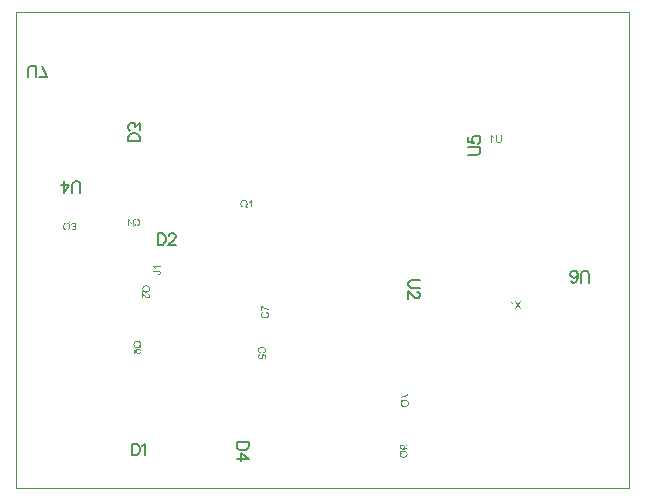
<source format=gm1>
%FSLAX24Y24*%
%MOIN*%
G70*
G01*
G75*
G04 Layer_Color=16776960*
%ADD10R,0.0118X0.0295*%
%ADD11R,0.0236X0.0886*%
%ADD12R,0.0591X0.0295*%
%ADD13R,0.0295X0.0591*%
%ADD14R,0.0354X0.0315*%
%ADD15R,0.0315X0.0354*%
%ADD16R,0.0433X0.0492*%
%ADD17R,0.0492X0.0433*%
%ADD18R,0.0480X0.0358*%
%ADD19R,0.0358X0.0480*%
%ADD20R,0.0906X0.0906*%
%ADD21R,0.0354X0.0315*%
%ADD22R,0.0197X0.0236*%
%ADD23R,0.0236X0.0197*%
%ADD24R,0.0827X0.0315*%
%ADD25R,0.0984X0.0315*%
%ADD26R,0.0315X0.0354*%
%ADD27R,0.0886X0.0236*%
%ADD28C,0.0335*%
%ADD29R,0.0846X0.0335*%
%ADD30R,0.0335X0.0846*%
%ADD31C,0.0197*%
%ADD32C,0.0118*%
%ADD33C,0.0157*%
%ADD34C,0.0177*%
%ADD35C,0.0138*%
%ADD36C,0.0591*%
%ADD37R,0.0591X0.0591*%
%ADD38O,0.0669X0.1181*%
%ADD39C,0.0500*%
%ADD40C,0.0394*%
%ADD41R,0.0630X0.1063*%
%ADD42R,0.2165X0.0827*%
%ADD43R,0.0906X0.0236*%
%ADD44C,0.0100*%
%ADD45C,0.0098*%
%ADD46C,0.0236*%
%ADD47C,0.0394*%
%ADD48C,0.0039*%
%ADD49C,0.0079*%
%ADD50C,0.0150*%
%ADD51C,0.0050*%
%ADD52C,0.0070*%
%ADD53C,0.0069*%
%ADD54R,0.0198X0.0375*%
%ADD55R,0.0316X0.0966*%
%ADD56R,0.0671X0.0375*%
%ADD57R,0.0375X0.0671*%
%ADD58R,0.0434X0.0395*%
%ADD59R,0.0395X0.0434*%
%ADD60R,0.0513X0.0572*%
%ADD61R,0.0572X0.0513*%
%ADD62R,0.0560X0.0438*%
%ADD63R,0.0438X0.0560*%
%ADD64R,0.0986X0.0986*%
%ADD65R,0.0434X0.0395*%
%ADD66R,0.0277X0.0316*%
%ADD67R,0.0316X0.0277*%
%ADD68R,0.0907X0.0395*%
%ADD69R,0.1064X0.0395*%
%ADD70R,0.0395X0.0434*%
%ADD71R,0.0966X0.0316*%
%ADD72C,0.0415*%
%ADD73R,0.0926X0.0415*%
%ADD74R,0.0415X0.0926*%
%ADD75C,0.0671*%
%ADD76R,0.0671X0.0671*%
%ADD77O,0.0749X0.1261*%
%ADD78C,0.0580*%
%ADD79R,0.0710X0.1143*%
%ADD80R,0.2245X0.0907*%
%ADD81R,0.0986X0.0316*%
%ADD82C,0.0474*%
G36*
X16201Y11622D02*
Y11615D01*
X16200Y11608D01*
X16200Y11601D01*
X16199Y11595D01*
X16198Y11590D01*
X16198Y11584D01*
X16197Y11580D01*
X16196Y11576D01*
X16195Y11572D01*
X16194Y11568D01*
X16193Y11565D01*
X16193Y11563D01*
X16192Y11561D01*
X16192Y11560D01*
X16191Y11559D01*
Y11559D01*
X16187Y11551D01*
X16182Y11543D01*
X16177Y11538D01*
X16172Y11533D01*
X16167Y11528D01*
X16163Y11526D01*
X16161Y11525D01*
X16160Y11524D01*
X16160Y11523D01*
X16159D01*
X16150Y11520D01*
X16141Y11517D01*
X16131Y11515D01*
X16122Y11513D01*
X16117Y11513D01*
X16114Y11512D01*
X16110Y11512D01*
X16107D01*
X16105Y11512D01*
X16101D01*
X16088Y11512D01*
X16077Y11514D01*
X16071Y11515D01*
X16067Y11516D01*
X16062Y11517D01*
X16058Y11518D01*
X16055Y11520D01*
X16051Y11521D01*
X16049Y11522D01*
X16047Y11523D01*
X16045Y11524D01*
X16044Y11525D01*
X16043Y11525D01*
X16043D01*
X16035Y11531D01*
X16028Y11537D01*
X16023Y11543D01*
X16018Y11549D01*
X16015Y11554D01*
X16013Y11558D01*
X16012Y11560D01*
X16012Y11561D01*
X16011Y11561D01*
Y11562D01*
X16008Y11571D01*
X16006Y11581D01*
X16005Y11591D01*
X16004Y11600D01*
X16003Y11605D01*
X16003Y11609D01*
Y11613D01*
X16003Y11616D01*
Y11619D01*
Y11621D01*
Y11622D01*
Y11622D01*
Y11768D01*
X16036D01*
Y11622D01*
Y11614D01*
X16037Y11606D01*
X16038Y11599D01*
X16038Y11592D01*
X16040Y11586D01*
X16041Y11581D01*
X16043Y11576D01*
X16044Y11572D01*
X16045Y11569D01*
X16047Y11566D01*
X16048Y11563D01*
X16049Y11561D01*
X16050Y11560D01*
X16051Y11559D01*
X16052Y11558D01*
Y11558D01*
X16055Y11555D01*
X16059Y11553D01*
X16067Y11548D01*
X16075Y11546D01*
X16084Y11543D01*
X16092Y11542D01*
X16095Y11542D01*
X16098D01*
X16101Y11541D01*
X16104D01*
X16112Y11542D01*
X16119Y11543D01*
X16125Y11544D01*
X16131Y11546D01*
X16135Y11547D01*
X16138Y11548D01*
X16140Y11549D01*
X16141Y11550D01*
X16146Y11553D01*
X16150Y11557D01*
X16154Y11561D01*
X16157Y11565D01*
X16159Y11568D01*
X16160Y11571D01*
X16161Y11573D01*
X16162Y11574D01*
X16163Y11577D01*
X16164Y11580D01*
X16165Y11588D01*
X16166Y11596D01*
X16167Y11604D01*
X16167Y11611D01*
X16167Y11614D01*
Y11617D01*
Y11619D01*
Y11621D01*
Y11622D01*
Y11622D01*
Y11768D01*
X16201D01*
Y11622D01*
D02*
G37*
G36*
X4345Y6771D02*
X4348D01*
X4352Y6771D01*
X4356Y6770D01*
X4361Y6770D01*
X4372Y6768D01*
X4383Y6766D01*
X4395Y6762D01*
X4406Y6757D01*
X4407D01*
X4408Y6756D01*
X4409Y6755D01*
X4411Y6754D01*
X4414Y6752D01*
X4417Y6751D01*
X4423Y6746D01*
X4431Y6739D01*
X4439Y6732D01*
X4446Y6724D01*
X4453Y6714D01*
X4453Y6713D01*
X4454Y6713D01*
X4455Y6711D01*
X4456Y6709D01*
X4457Y6706D01*
X4458Y6703D01*
X4460Y6699D01*
X4461Y6695D01*
X4463Y6691D01*
X4464Y6686D01*
X4466Y6676D01*
X4468Y6664D01*
X4469Y6651D01*
Y6651D01*
Y6650D01*
Y6648D01*
X4469Y6646D01*
Y6643D01*
X4468Y6639D01*
X4468Y6635D01*
X4467Y6630D01*
X4465Y6621D01*
X4462Y6610D01*
X4458Y6599D01*
X4455Y6594D01*
X4452Y6588D01*
Y6588D01*
X4451Y6587D01*
X4451Y6586D01*
X4449Y6584D01*
X4448Y6582D01*
X4445Y6579D01*
X4440Y6573D01*
X4434Y6566D01*
X4426Y6559D01*
X4417Y6552D01*
X4406Y6546D01*
X4405D01*
X4405Y6545D01*
X4403Y6544D01*
X4400Y6544D01*
X4398Y6542D01*
X4395Y6541D01*
X4391Y6540D01*
X4386Y6538D01*
X4382Y6537D01*
X4376Y6535D01*
X4365Y6533D01*
X4352Y6532D01*
X4339Y6531D01*
X4333D01*
X4330Y6531D01*
X4327D01*
X4324Y6532D01*
X4320Y6532D01*
X4311Y6533D01*
X4302Y6535D01*
X4292Y6537D01*
X4282Y6540D01*
X4282D01*
X4281Y6541D01*
X4280Y6542D01*
X4278Y6542D01*
X4276Y6543D01*
X4274Y6545D01*
X4268Y6548D01*
X4261Y6552D01*
X4254Y6557D01*
X4247Y6562D01*
X4239Y6569D01*
Y6569D01*
X4239Y6568D01*
X4238Y6567D01*
X4237Y6565D01*
X4236Y6563D01*
X4234Y6561D01*
X4231Y6555D01*
X4227Y6549D01*
X4223Y6541D01*
X4219Y6534D01*
X4216Y6526D01*
X4193Y6536D01*
Y6537D01*
X4194Y6537D01*
X4195Y6539D01*
X4195Y6541D01*
X4196Y6543D01*
X4198Y6546D01*
X4199Y6549D01*
X4201Y6553D01*
X4205Y6561D01*
X4210Y6570D01*
X4216Y6580D01*
X4224Y6590D01*
Y6591D01*
X4223Y6592D01*
X4222Y6593D01*
X4221Y6595D01*
X4220Y6598D01*
X4219Y6601D01*
X4218Y6605D01*
X4216Y6608D01*
X4215Y6613D01*
X4213Y6618D01*
X4211Y6628D01*
X4209Y6640D01*
X4208Y6652D01*
Y6653D01*
Y6654D01*
Y6656D01*
X4209Y6658D01*
Y6661D01*
X4209Y6665D01*
X4210Y6668D01*
X4210Y6673D01*
X4212Y6682D01*
X4215Y6693D01*
X4219Y6703D01*
X4225Y6714D01*
X4225Y6714D01*
X4225Y6715D01*
X4226Y6717D01*
X4228Y6719D01*
X4229Y6721D01*
X4231Y6724D01*
X4236Y6730D01*
X4243Y6737D01*
X4251Y6744D01*
X4260Y6751D01*
X4271Y6757D01*
X4271D01*
X4272Y6757D01*
X4274Y6758D01*
X4276Y6759D01*
X4279Y6760D01*
X4282Y6761D01*
X4286Y6763D01*
X4291Y6764D01*
X4296Y6766D01*
X4301Y6767D01*
X4312Y6769D01*
X4325Y6771D01*
X4339Y6772D01*
X4342D01*
X4345Y6771D01*
D02*
G37*
G36*
X4220Y6502D02*
X4223Y6502D01*
X4226Y6501D01*
X4230Y6500D01*
X4234Y6499D01*
X4234D01*
X4234Y6499D01*
X4237Y6498D01*
X4240Y6496D01*
X4244Y6494D01*
X4249Y6491D01*
X4255Y6487D01*
X4261Y6484D01*
X4267Y6479D01*
X4268D01*
X4268Y6478D01*
X4270Y6476D01*
X4274Y6473D01*
X4278Y6468D01*
X4284Y6463D01*
X4290Y6456D01*
X4297Y6447D01*
X4306Y6438D01*
X4306Y6438D01*
X4307Y6436D01*
X4309Y6434D01*
X4311Y6431D01*
X4314Y6428D01*
X4317Y6424D01*
X4325Y6416D01*
X4334Y6406D01*
X4342Y6397D01*
X4347Y6393D01*
X4351Y6389D01*
X4355Y6385D01*
X4359Y6382D01*
X4359D01*
X4360Y6382D01*
X4361Y6381D01*
X4362Y6380D01*
X4366Y6378D01*
X4371Y6375D01*
X4377Y6372D01*
X4383Y6370D01*
X4390Y6368D01*
X4397Y6368D01*
X4397D01*
X4400Y6368D01*
X4403Y6368D01*
X4407Y6369D01*
X4412Y6371D01*
X4417Y6373D01*
X4423Y6377D01*
X4428Y6381D01*
X4428Y6382D01*
X4430Y6383D01*
X4431Y6387D01*
X4434Y6390D01*
X4436Y6395D01*
X4438Y6401D01*
X4440Y6408D01*
X4440Y6416D01*
Y6416D01*
Y6417D01*
Y6418D01*
X4440Y6420D01*
X4440Y6423D01*
X4439Y6428D01*
X4437Y6434D01*
X4435Y6440D01*
X4431Y6446D01*
X4426Y6451D01*
X4426Y6452D01*
X4424Y6453D01*
X4421Y6456D01*
X4417Y6458D01*
X4412Y6461D01*
X4405Y6463D01*
X4398Y6464D01*
X4390Y6465D01*
X4393Y6497D01*
X4395D01*
X4397Y6496D01*
X4399Y6496D01*
X4402Y6495D01*
X4405Y6495D01*
X4413Y6492D01*
X4422Y6489D01*
X4431Y6485D01*
X4440Y6479D01*
X4443Y6476D01*
X4447Y6473D01*
X4448Y6472D01*
X4448Y6471D01*
X4449Y6470D01*
X4450Y6469D01*
X4451Y6466D01*
X4453Y6464D01*
X4455Y6461D01*
X4457Y6457D01*
X4458Y6453D01*
X4460Y6449D01*
X4462Y6444D01*
X4463Y6439D01*
X4465Y6428D01*
X4466Y6421D01*
X4466Y6415D01*
Y6415D01*
Y6413D01*
Y6411D01*
X4466Y6409D01*
X4465Y6406D01*
X4465Y6402D01*
X4464Y6398D01*
X4463Y6394D01*
X4461Y6385D01*
X4458Y6375D01*
X4455Y6370D01*
X4453Y6366D01*
X4449Y6362D01*
X4446Y6357D01*
X4445Y6357D01*
X4445Y6357D01*
X4444Y6355D01*
X4442Y6354D01*
X4440Y6352D01*
X4438Y6350D01*
X4432Y6347D01*
X4425Y6343D01*
X4416Y6339D01*
X4407Y6337D01*
X4401Y6336D01*
X4396Y6336D01*
X4393D01*
X4390Y6336D01*
X4386Y6337D01*
X4382Y6337D01*
X4377Y6338D01*
X4371Y6340D01*
X4366Y6342D01*
X4365Y6343D01*
X4363Y6343D01*
X4360Y6345D01*
X4357Y6347D01*
X4352Y6350D01*
X4347Y6353D01*
X4341Y6358D01*
X4335Y6363D01*
X4334Y6364D01*
X4332Y6366D01*
X4329Y6369D01*
X4326Y6372D01*
X4324Y6374D01*
X4320Y6377D01*
X4317Y6381D01*
X4314Y6385D01*
X4309Y6389D01*
X4305Y6394D01*
X4301Y6399D01*
X4296Y6405D01*
X4291Y6411D01*
X4290Y6411D01*
X4289Y6412D01*
X4288Y6413D01*
X4287Y6415D01*
X4283Y6420D01*
X4278Y6426D01*
X4272Y6431D01*
X4267Y6438D01*
X4263Y6443D01*
X4261Y6444D01*
X4259Y6446D01*
X4258Y6447D01*
X4257Y6448D01*
X4256Y6449D01*
X4253Y6451D01*
X4248Y6455D01*
X4242Y6459D01*
Y6335D01*
X4213D01*
Y6502D01*
X4217D01*
X4220Y6502D01*
D02*
G37*
G36*
X15867Y11763D02*
X15871Y11757D01*
X15876Y11751D01*
X15880Y11746D01*
X15884Y11742D01*
X15888Y11738D01*
X15890Y11736D01*
X15891Y11735D01*
X15891Y11735D01*
X15898Y11729D01*
X15906Y11723D01*
X15914Y11718D01*
X15920Y11714D01*
X15927Y11710D01*
X15929Y11709D01*
X15932Y11708D01*
X15933Y11707D01*
X15935Y11706D01*
X15935Y11706D01*
X15936D01*
Y11675D01*
X15930Y11678D01*
X15925Y11680D01*
X15919Y11683D01*
X15914Y11685D01*
X15910Y11688D01*
X15907Y11690D01*
X15904Y11691D01*
X15904Y11692D01*
X15904D01*
X15897Y11695D01*
X15891Y11700D01*
X15886Y11703D01*
X15882Y11707D01*
X15879Y11709D01*
X15876Y11711D01*
X15874Y11713D01*
X15874Y11713D01*
Y11516D01*
X15843D01*
Y11769D01*
X15863D01*
X15867Y11763D01*
D02*
G37*
G36*
X16753Y6115D02*
X16850Y5984D01*
X16810D01*
X16747Y6071D01*
X16745Y6074D01*
X16743Y6076D01*
X16739Y6082D01*
X16737Y6085D01*
X16736Y6088D01*
X16735Y6089D01*
X16734Y6089D01*
X16731Y6084D01*
X16728Y6079D01*
X16726Y6077D01*
X16725Y6075D01*
X16724Y6074D01*
X16724Y6074D01*
X16660Y5984D01*
X16619D01*
X16714Y6116D01*
X16626Y6237D01*
X16663D01*
X16713Y6169D01*
X16718Y6164D01*
X16721Y6159D01*
X16725Y6154D01*
X16728Y6149D01*
X16730Y6146D01*
X16732Y6143D01*
X16733Y6142D01*
X16733Y6141D01*
X16736Y6146D01*
X16739Y6150D01*
X16742Y6156D01*
X16746Y6161D01*
X16748Y6165D01*
X16751Y6168D01*
X16752Y6171D01*
X16753Y6171D01*
Y6172D01*
X16799Y6237D01*
X16839D01*
X16753Y6115D01*
D02*
G37*
G36*
X13084Y2992D02*
X13054D01*
Y3116D01*
X13044Y3107D01*
X13032Y3099D01*
X13021Y3091D01*
X13011Y3084D01*
X13006Y3081D01*
X13002Y3079D01*
X12998Y3076D01*
X12994Y3074D01*
X12992Y3073D01*
X12990Y3072D01*
X12988Y3071D01*
X12988Y3071D01*
X12973Y3063D01*
X12959Y3057D01*
X12945Y3051D01*
X12938Y3049D01*
X12933Y3047D01*
X12927Y3045D01*
X12922Y3043D01*
X12918Y3042D01*
X12914Y3041D01*
X12911Y3040D01*
X12908Y3039D01*
X12907Y3039D01*
X12906D01*
X12891Y3035D01*
X12884Y3033D01*
X12877Y3032D01*
X12871Y3031D01*
X12865Y3030D01*
X12860Y3029D01*
X12855Y3029D01*
X12850Y3028D01*
X12846Y3028D01*
X12843Y3028D01*
X12840D01*
X12838Y3027D01*
X12835D01*
Y3059D01*
X12848Y3060D01*
X12862Y3062D01*
X12873Y3064D01*
X12878Y3065D01*
X12883Y3066D01*
X12888Y3067D01*
X12892Y3068D01*
X12895Y3068D01*
X12898Y3069D01*
X12901Y3070D01*
X12902Y3070D01*
X12903Y3071D01*
X12904D01*
X12921Y3076D01*
X12936Y3082D01*
X12944Y3085D01*
X12951Y3088D01*
X12958Y3091D01*
X12964Y3094D01*
X12970Y3096D01*
X12976Y3099D01*
X12980Y3101D01*
X12984Y3103D01*
X12987Y3105D01*
X12989Y3106D01*
X12991Y3107D01*
X12991Y3107D01*
X12999Y3112D01*
X13007Y3116D01*
X13014Y3121D01*
X13020Y3125D01*
X13026Y3129D01*
X13032Y3133D01*
X13037Y3137D01*
X13042Y3140D01*
X13045Y3143D01*
X13049Y3146D01*
X13052Y3149D01*
X13055Y3151D01*
X13057Y3153D01*
X13059Y3154D01*
X13059Y3155D01*
X13060Y3155D01*
X13084D01*
Y2992D01*
D02*
G37*
G36*
X12841Y2955D02*
X12845Y2947D01*
X12849Y2940D01*
X12853Y2933D01*
X12856Y2927D01*
X12858Y2925D01*
X12859Y2923D01*
X12860Y2921D01*
X12861Y2920D01*
X12862Y2919D01*
Y2919D01*
X12869Y2926D01*
X12876Y2932D01*
X12883Y2937D01*
X12890Y2940D01*
X12896Y2943D01*
X12898Y2945D01*
X12900Y2946D01*
X12902Y2947D01*
X12903Y2947D01*
X12904Y2948D01*
X12905D01*
X12914Y2951D01*
X12924Y2953D01*
X12933Y2955D01*
X12942Y2956D01*
X12946Y2957D01*
X12949Y2957D01*
X12953D01*
X12955Y2957D01*
X12961D01*
X12974Y2957D01*
X12987Y2955D01*
X12998Y2953D01*
X13004Y2951D01*
X13008Y2950D01*
X13013Y2948D01*
X13017Y2947D01*
X13020Y2946D01*
X13022Y2945D01*
X13025Y2944D01*
X13027Y2943D01*
X13027Y2942D01*
X13028D01*
X13039Y2936D01*
X13048Y2930D01*
X13056Y2922D01*
X13062Y2915D01*
X13067Y2909D01*
X13070Y2907D01*
X13071Y2904D01*
X13073Y2902D01*
X13073Y2901D01*
X13074Y2900D01*
Y2900D01*
X13077Y2894D01*
X13080Y2889D01*
X13084Y2878D01*
X13087Y2867D01*
X13089Y2858D01*
X13090Y2853D01*
X13090Y2849D01*
X13091Y2846D01*
Y2842D01*
X13091Y2840D01*
Y2838D01*
Y2837D01*
Y2837D01*
X13090Y2824D01*
X13088Y2813D01*
X13086Y2802D01*
X13085Y2797D01*
X13083Y2793D01*
X13082Y2789D01*
X13080Y2785D01*
X13079Y2782D01*
X13078Y2780D01*
X13077Y2777D01*
X13076Y2776D01*
X13075Y2775D01*
X13075Y2775D01*
X13068Y2765D01*
X13061Y2756D01*
X13053Y2749D01*
X13045Y2743D01*
X13039Y2738D01*
X13036Y2736D01*
X13033Y2734D01*
X13031Y2733D01*
X13030Y2732D01*
X13029Y2732D01*
X13028D01*
X13017Y2727D01*
X13005Y2723D01*
X12994Y2720D01*
X12983Y2718D01*
X12978Y2718D01*
X12974Y2717D01*
X12970Y2717D01*
X12967D01*
X12964Y2717D01*
X12961D01*
X12947Y2717D01*
X12934Y2719D01*
X12923Y2721D01*
X12918Y2723D01*
X12913Y2724D01*
X12908Y2725D01*
X12905Y2727D01*
X12901Y2728D01*
X12898Y2729D01*
X12896Y2730D01*
X12895Y2731D01*
X12893Y2732D01*
X12893D01*
X12882Y2738D01*
X12873Y2745D01*
X12865Y2751D01*
X12858Y2758D01*
X12853Y2765D01*
X12851Y2767D01*
X12850Y2770D01*
X12848Y2771D01*
X12847Y2773D01*
X12847Y2774D01*
X12847Y2774D01*
X12841Y2785D01*
X12837Y2796D01*
X12834Y2806D01*
X12832Y2816D01*
X12832Y2820D01*
X12831Y2824D01*
X12831Y2827D01*
Y2830D01*
X12830Y2833D01*
Y2834D01*
Y2836D01*
Y2836D01*
X12831Y2848D01*
X12833Y2860D01*
X12835Y2871D01*
X12837Y2875D01*
X12838Y2880D01*
X12840Y2884D01*
X12841Y2887D01*
X12842Y2890D01*
X12843Y2893D01*
X12844Y2895D01*
X12845Y2897D01*
X12846Y2897D01*
Y2898D01*
X12838Y2908D01*
X12832Y2918D01*
X12827Y2927D01*
X12823Y2935D01*
X12821Y2939D01*
X12820Y2942D01*
X12818Y2945D01*
X12817Y2947D01*
X12817Y2949D01*
X12816Y2951D01*
X12815Y2952D01*
Y2952D01*
X12838Y2962D01*
X12841Y2955D01*
D02*
G37*
G36*
X7870Y9370D02*
X7839D01*
Y9567D01*
X7839Y9567D01*
X7837Y9566D01*
X7835Y9564D01*
X7831Y9561D01*
X7827Y9557D01*
X7822Y9554D01*
X7816Y9550D01*
X7810Y9546D01*
X7809D01*
X7809Y9546D01*
X7807Y9544D01*
X7803Y9542D01*
X7799Y9540D01*
X7794Y9537D01*
X7789Y9535D01*
X7783Y9532D01*
X7778Y9530D01*
Y9560D01*
X7778D01*
X7779Y9561D01*
X7780Y9561D01*
X7782Y9562D01*
X7784Y9564D01*
X7787Y9565D01*
X7793Y9568D01*
X7800Y9572D01*
X7807Y9577D01*
X7815Y9583D01*
X7822Y9589D01*
X7823Y9590D01*
X7823Y9590D01*
X7826Y9592D01*
X7829Y9596D01*
X7833Y9600D01*
X7838Y9605D01*
X7842Y9611D01*
X7847Y9617D01*
X7850Y9624D01*
X7870D01*
Y9370D01*
D02*
G37*
G36*
X8347Y5892D02*
X8349Y5891D01*
X8352Y5890D01*
X8355Y5889D01*
X8360Y5887D01*
X8364Y5885D01*
X8368Y5883D01*
X8379Y5878D01*
X8389Y5871D01*
X8399Y5864D01*
X8404Y5859D01*
X8408Y5854D01*
X8408Y5854D01*
X8409Y5853D01*
X8410Y5851D01*
X8411Y5849D01*
X8413Y5846D01*
X8415Y5843D01*
X8417Y5840D01*
X8419Y5836D01*
X8421Y5831D01*
X8423Y5826D01*
X8424Y5820D01*
X8426Y5814D01*
X8429Y5802D01*
X8429Y5795D01*
X8429Y5788D01*
Y5787D01*
Y5786D01*
Y5784D01*
X8429Y5781D01*
Y5777D01*
X8429Y5773D01*
X8428Y5769D01*
X8428Y5764D01*
X8425Y5753D01*
X8423Y5742D01*
X8418Y5731D01*
X8416Y5726D01*
X8413Y5721D01*
X8413Y5721D01*
X8412Y5720D01*
X8411Y5719D01*
X8410Y5717D01*
X8406Y5712D01*
X8401Y5707D01*
X8394Y5700D01*
X8386Y5694D01*
X8376Y5688D01*
X8365Y5682D01*
X8365D01*
X8363Y5682D01*
X8362Y5681D01*
X8360Y5680D01*
X8356Y5679D01*
X8353Y5678D01*
X8349Y5677D01*
X8345Y5676D01*
X8340Y5675D01*
X8335Y5674D01*
X8323Y5671D01*
X8311Y5670D01*
X8297Y5669D01*
X8293D01*
X8291Y5670D01*
X8287D01*
X8283Y5670D01*
X8279Y5670D01*
X8274Y5671D01*
X8263Y5673D01*
X8252Y5675D01*
X8240Y5679D01*
X8229Y5684D01*
X8228D01*
X8227Y5685D01*
X8226Y5686D01*
X8224Y5687D01*
X8221Y5688D01*
X8219Y5690D01*
X8212Y5695D01*
X8205Y5701D01*
X8197Y5708D01*
X8190Y5717D01*
X8184Y5727D01*
Y5727D01*
X8183Y5728D01*
X8183Y5730D01*
X8182Y5732D01*
X8181Y5734D01*
X8179Y5737D01*
X8178Y5741D01*
X8176Y5745D01*
X8175Y5749D01*
X8174Y5754D01*
X8171Y5764D01*
X8169Y5776D01*
X8169Y5788D01*
Y5788D01*
Y5789D01*
Y5792D01*
X8169Y5794D01*
X8169Y5798D01*
X8170Y5801D01*
X8170Y5806D01*
X8171Y5810D01*
X8173Y5820D01*
X8177Y5831D01*
X8179Y5836D01*
X8182Y5842D01*
X8185Y5847D01*
X8188Y5852D01*
X8189Y5852D01*
X8189Y5853D01*
X8190Y5854D01*
X8192Y5856D01*
X8194Y5858D01*
X8196Y5861D01*
X8199Y5863D01*
X8202Y5866D01*
X8206Y5869D01*
X8210Y5872D01*
X8214Y5875D01*
X8219Y5878D01*
X8224Y5880D01*
X8230Y5883D01*
X8242Y5888D01*
X8250Y5855D01*
X8250D01*
X8249Y5854D01*
X8247Y5854D01*
X8245Y5853D01*
X8243Y5852D01*
X8240Y5851D01*
X8235Y5848D01*
X8228Y5845D01*
X8221Y5840D01*
X8215Y5835D01*
X8210Y5829D01*
X8209Y5828D01*
X8208Y5826D01*
X8206Y5823D01*
X8203Y5818D01*
X8201Y5812D01*
X8199Y5804D01*
X8197Y5796D01*
X8197Y5787D01*
Y5787D01*
Y5786D01*
Y5784D01*
X8197Y5783D01*
Y5780D01*
X8198Y5777D01*
X8199Y5770D01*
X8201Y5763D01*
X8203Y5755D01*
X8207Y5746D01*
X8211Y5739D01*
Y5738D01*
X8212Y5738D01*
X8214Y5736D01*
X8217Y5732D01*
X8221Y5728D01*
X8227Y5724D01*
X8233Y5719D01*
X8240Y5715D01*
X8249Y5712D01*
X8249D01*
X8250Y5711D01*
X8251Y5711D01*
X8253Y5710D01*
X8255Y5710D01*
X8258Y5709D01*
X8264Y5708D01*
X8271Y5706D01*
X8279Y5705D01*
X8288Y5704D01*
X8297Y5704D01*
X8303D01*
X8305Y5704D01*
X8309D01*
X8312Y5705D01*
X8316Y5705D01*
X8325Y5706D01*
X8335Y5708D01*
X8344Y5710D01*
X8353Y5713D01*
X8354D01*
X8355Y5713D01*
X8356Y5714D01*
X8357Y5715D01*
X8362Y5717D01*
X8367Y5720D01*
X8373Y5724D01*
X8379Y5729D01*
X8384Y5735D01*
X8389Y5742D01*
Y5742D01*
X8390Y5743D01*
X8391Y5744D01*
X8391Y5745D01*
X8393Y5750D01*
X8395Y5755D01*
X8397Y5761D01*
X8399Y5768D01*
X8401Y5776D01*
X8401Y5785D01*
Y5785D01*
Y5786D01*
Y5788D01*
X8401Y5789D01*
Y5792D01*
X8400Y5795D01*
X8399Y5801D01*
X8397Y5809D01*
X8394Y5817D01*
X8390Y5824D01*
X8385Y5832D01*
X8384Y5832D01*
X8384Y5833D01*
X8382Y5835D01*
X8378Y5839D01*
X8373Y5843D01*
X8366Y5847D01*
X8358Y5852D01*
X8348Y5856D01*
X8337Y5859D01*
X8345Y5892D01*
X8346D01*
X8347Y5892D01*
D02*
G37*
G36*
X8205Y4724D02*
X8209D01*
X8213Y4724D01*
X8217Y4723D01*
X8222Y4722D01*
X8233Y4721D01*
X8244Y4718D01*
X8256Y4714D01*
X8267Y4709D01*
X8268D01*
X8269Y4709D01*
X8270Y4708D01*
X8272Y4707D01*
X8275Y4705D01*
X8277Y4703D01*
X8284Y4698D01*
X8291Y4693D01*
X8299Y4685D01*
X8306Y4676D01*
X8312Y4667D01*
Y4666D01*
X8313Y4666D01*
X8314Y4664D01*
X8314Y4662D01*
X8315Y4660D01*
X8317Y4656D01*
X8318Y4653D01*
X8320Y4649D01*
X8321Y4645D01*
X8322Y4640D01*
X8325Y4630D01*
X8327Y4618D01*
X8327Y4606D01*
Y4605D01*
Y4604D01*
Y4602D01*
X8327Y4599D01*
X8327Y4596D01*
X8326Y4592D01*
X8326Y4588D01*
X8325Y4583D01*
X8323Y4573D01*
X8319Y4563D01*
X8317Y4557D01*
X8314Y4552D01*
X8311Y4547D01*
X8308Y4542D01*
X8307Y4542D01*
X8307Y4541D01*
X8306Y4540D01*
X8304Y4538D01*
X8302Y4536D01*
X8300Y4533D01*
X8297Y4530D01*
X8294Y4528D01*
X8290Y4525D01*
X8286Y4522D01*
X8282Y4519D01*
X8277Y4516D01*
X8272Y4513D01*
X8266Y4511D01*
X8254Y4506D01*
X8246Y4539D01*
X8246D01*
X8247Y4539D01*
X8249Y4540D01*
X8251Y4540D01*
X8253Y4542D01*
X8256Y4543D01*
X8261Y4545D01*
X8268Y4549D01*
X8275Y4554D01*
X8281Y4559D01*
X8286Y4565D01*
X8287Y4565D01*
X8288Y4568D01*
X8290Y4571D01*
X8293Y4576D01*
X8295Y4582D01*
X8297Y4589D01*
X8299Y4597D01*
X8299Y4607D01*
Y4607D01*
Y4608D01*
Y4609D01*
X8299Y4611D01*
Y4614D01*
X8298Y4617D01*
X8297Y4623D01*
X8296Y4631D01*
X8293Y4639D01*
X8289Y4647D01*
X8285Y4655D01*
Y4655D01*
X8284Y4656D01*
X8282Y4658D01*
X8279Y4661D01*
X8275Y4666D01*
X8269Y4670D01*
X8263Y4674D01*
X8256Y4679D01*
X8247Y4682D01*
X8247D01*
X8246Y4683D01*
X8245Y4683D01*
X8243Y4683D01*
X8241Y4684D01*
X8238Y4684D01*
X8232Y4686D01*
X8225Y4688D01*
X8217Y4689D01*
X8208Y4689D01*
X8199Y4690D01*
X8193D01*
X8191Y4689D01*
X8187D01*
X8184Y4689D01*
X8180Y4689D01*
X8171Y4688D01*
X8161Y4686D01*
X8152Y4684D01*
X8143Y4681D01*
X8142D01*
X8142Y4680D01*
X8140Y4679D01*
X8139Y4679D01*
X8134Y4677D01*
X8129Y4674D01*
X8123Y4669D01*
X8117Y4665D01*
X8112Y4659D01*
X8107Y4652D01*
Y4651D01*
X8106Y4651D01*
X8105Y4650D01*
X8105Y4648D01*
X8103Y4644D01*
X8101Y4639D01*
X8099Y4633D01*
X8097Y4625D01*
X8095Y4617D01*
X8095Y4609D01*
Y4608D01*
Y4608D01*
Y4606D01*
X8095Y4604D01*
Y4602D01*
X8096Y4599D01*
X8097Y4592D01*
X8099Y4585D01*
X8102Y4577D01*
X8106Y4569D01*
X8111Y4562D01*
X8112Y4561D01*
X8112Y4561D01*
X8114Y4559D01*
X8118Y4555D01*
X8123Y4551D01*
X8130Y4547D01*
X8138Y4542D01*
X8148Y4538D01*
X8159Y4535D01*
X8151Y4502D01*
X8150D01*
X8149Y4502D01*
X8147Y4503D01*
X8144Y4504D01*
X8141Y4505D01*
X8137Y4507D01*
X8132Y4508D01*
X8128Y4511D01*
X8117Y4516D01*
X8107Y4522D01*
X8097Y4530D01*
X8092Y4535D01*
X8088Y4540D01*
X8088Y4540D01*
X8087Y4541D01*
X8086Y4542D01*
X8085Y4545D01*
X8083Y4547D01*
X8081Y4550D01*
X8079Y4554D01*
X8077Y4558D01*
X8075Y4563D01*
X8074Y4568D01*
X8072Y4573D01*
X8070Y4579D01*
X8067Y4592D01*
X8067Y4599D01*
X8067Y4606D01*
Y4607D01*
Y4608D01*
Y4610D01*
X8067Y4613D01*
Y4617D01*
X8067Y4620D01*
X8068Y4625D01*
X8069Y4630D01*
X8071Y4640D01*
X8074Y4651D01*
X8078Y4662D01*
X8080Y4668D01*
X8083Y4673D01*
X8084Y4673D01*
X8084Y4674D01*
X8085Y4675D01*
X8086Y4677D01*
X8090Y4681D01*
X8095Y4687D01*
X8102Y4693D01*
X8110Y4699D01*
X8120Y4706D01*
X8131Y4711D01*
X8132D01*
X8133Y4712D01*
X8134Y4712D01*
X8137Y4713D01*
X8140Y4714D01*
X8143Y4716D01*
X8147Y4717D01*
X8152Y4718D01*
X8156Y4719D01*
X8161Y4720D01*
X8173Y4722D01*
X8185Y4724D01*
X8199Y4724D01*
X8203D01*
X8205Y4724D01*
D02*
G37*
G36*
X8139Y4441D02*
X8138D01*
X8137Y4440D01*
X8135Y4440D01*
X8131Y4439D01*
X8126Y4437D01*
X8120Y4435D01*
X8114Y4432D01*
X8109Y4429D01*
X8104Y4424D01*
X8103Y4423D01*
X8102Y4422D01*
X8100Y4419D01*
X8098Y4415D01*
X8096Y4411D01*
X8094Y4405D01*
X8092Y4399D01*
X8092Y4393D01*
Y4392D01*
Y4391D01*
Y4390D01*
X8092Y4389D01*
X8093Y4385D01*
X8094Y4379D01*
X8096Y4373D01*
X8099Y4367D01*
X8103Y4361D01*
X8105Y4358D01*
X8109Y4355D01*
X8109D01*
X8109Y4354D01*
X8112Y4352D01*
X8115Y4350D01*
X8120Y4347D01*
X8127Y4344D01*
X8135Y4342D01*
X8143Y4340D01*
X8153Y4339D01*
X8156D01*
X8158Y4340D01*
X8160D01*
X8163Y4340D01*
X8169Y4341D01*
X8175Y4343D01*
X8182Y4345D01*
X8189Y4349D01*
X8195Y4354D01*
X8196Y4355D01*
X8198Y4357D01*
X8200Y4360D01*
X8203Y4365D01*
X8206Y4370D01*
X8208Y4377D01*
X8210Y4385D01*
X8211Y4393D01*
Y4394D01*
Y4396D01*
X8210Y4398D01*
X8210Y4402D01*
X8209Y4406D01*
X8208Y4411D01*
X8206Y4416D01*
X8203Y4420D01*
X8203Y4421D01*
X8202Y4422D01*
X8201Y4424D01*
X8199Y4427D01*
X8196Y4430D01*
X8193Y4433D01*
X8190Y4436D01*
X8186Y4439D01*
X8190Y4468D01*
X8319Y4443D01*
Y4318D01*
X8290D01*
Y4419D01*
X8222Y4433D01*
X8222Y4432D01*
X8223Y4431D01*
X8223Y4430D01*
X8224Y4429D01*
X8226Y4426D01*
X8227Y4424D01*
X8230Y4418D01*
X8233Y4411D01*
X8235Y4403D01*
X8237Y4394D01*
X8238Y4385D01*
Y4385D01*
Y4383D01*
Y4382D01*
X8238Y4380D01*
X8237Y4377D01*
X8237Y4373D01*
X8236Y4370D01*
X8235Y4366D01*
X8232Y4357D01*
X8231Y4352D01*
X8228Y4348D01*
X8226Y4343D01*
X8223Y4338D01*
X8219Y4333D01*
X8215Y4329D01*
X8214Y4329D01*
X8214Y4328D01*
X8213Y4327D01*
X8211Y4326D01*
X8208Y4324D01*
X8206Y4322D01*
X8203Y4320D01*
X8199Y4318D01*
X8195Y4315D01*
X8191Y4314D01*
X8186Y4312D01*
X8181Y4310D01*
X8175Y4309D01*
X8169Y4307D01*
X8163Y4307D01*
X8156Y4306D01*
X8153D01*
X8150Y4307D01*
X8147Y4307D01*
X8144Y4307D01*
X8140Y4308D01*
X8136Y4309D01*
X8127Y4311D01*
X8117Y4315D01*
X8112Y4317D01*
X8107Y4320D01*
X8102Y4323D01*
X8097Y4326D01*
X8097Y4327D01*
X8096Y4327D01*
X8094Y4329D01*
X8092Y4331D01*
X8090Y4333D01*
X8087Y4336D01*
X8085Y4340D01*
X8082Y4344D01*
X8079Y4348D01*
X8076Y4353D01*
X8074Y4359D01*
X8071Y4365D01*
X8069Y4371D01*
X8068Y4378D01*
X8067Y4385D01*
X8067Y4393D01*
Y4393D01*
Y4394D01*
Y4396D01*
X8067Y4398D01*
X8067Y4401D01*
X8068Y4405D01*
X8068Y4408D01*
X8069Y4413D01*
X8071Y4421D01*
X8075Y4431D01*
X8077Y4435D01*
X8080Y4440D01*
X8082Y4444D01*
X8086Y4449D01*
X8086Y4449D01*
X8087Y4449D01*
X8088Y4451D01*
X8089Y4452D01*
X8091Y4454D01*
X8094Y4456D01*
X8096Y4458D01*
X8099Y4460D01*
X8107Y4464D01*
X8115Y4468D01*
X8125Y4471D01*
X8131Y4473D01*
X8137Y4473D01*
X8139Y4441D01*
D02*
G37*
G36*
X8201Y6085D02*
X8201Y6084D01*
X8203Y6083D01*
X8205Y6081D01*
X8207Y6079D01*
X8211Y6077D01*
X8214Y6074D01*
X8218Y6071D01*
X8223Y6067D01*
X8228Y6063D01*
X8234Y6059D01*
X8240Y6055D01*
X8246Y6051D01*
X8253Y6046D01*
X8261Y6042D01*
X8269Y6038D01*
X8269Y6037D01*
X8270Y6036D01*
X8273Y6035D01*
X8276Y6034D01*
X8280Y6032D01*
X8284Y6029D01*
X8290Y6027D01*
X8295Y6024D01*
X8302Y6021D01*
X8308Y6018D01*
X8316Y6015D01*
X8323Y6012D01*
X8339Y6006D01*
X8356Y6001D01*
X8356D01*
X8358Y6001D01*
X8359Y6000D01*
X8361Y6000D01*
X8365Y5999D01*
X8368Y5998D01*
X8372Y5997D01*
X8376Y5996D01*
X8381Y5995D01*
X8387Y5994D01*
X8398Y5992D01*
X8411Y5991D01*
X8425Y5990D01*
Y5958D01*
X8422D01*
X8420Y5958D01*
X8417D01*
X8414Y5958D01*
X8409Y5959D01*
X8405Y5959D01*
X8400Y5960D01*
X8394Y5961D01*
X8389Y5962D01*
X8383Y5963D01*
X8376Y5964D01*
X8369Y5965D01*
X8353Y5969D01*
X8353D01*
X8351Y5970D01*
X8349Y5970D01*
X8346Y5971D01*
X8342Y5972D01*
X8338Y5974D01*
X8333Y5975D01*
X8327Y5977D01*
X8322Y5980D01*
X8315Y5982D01*
X8301Y5987D01*
X8287Y5994D01*
X8272Y6001D01*
X8272Y6001D01*
X8270Y6002D01*
X8268Y6003D01*
X8265Y6005D01*
X8262Y6007D01*
X8258Y6009D01*
X8254Y6012D01*
X8249Y6015D01*
X8239Y6021D01*
X8227Y6029D01*
X8216Y6037D01*
X8206Y6046D01*
Y5922D01*
X8176D01*
Y6086D01*
X8200D01*
X8201Y6085D01*
D02*
G37*
G36*
X7606Y9626D02*
X7609D01*
X7613Y9626D01*
X7617Y9625D01*
X7622Y9625D01*
X7631Y9622D01*
X7642Y9619D01*
X7653Y9615D01*
X7658Y9613D01*
X7663Y9610D01*
X7664D01*
X7665Y9609D01*
X7666Y9608D01*
X7668Y9607D01*
X7670Y9605D01*
X7673Y9603D01*
X7679Y9598D01*
X7686Y9591D01*
X7693Y9583D01*
X7700Y9574D01*
X7706Y9563D01*
Y9563D01*
X7707Y9562D01*
X7708Y9560D01*
X7708Y9558D01*
X7710Y9555D01*
X7711Y9552D01*
X7712Y9548D01*
X7714Y9544D01*
X7715Y9539D01*
X7716Y9534D01*
X7719Y9523D01*
X7720Y9510D01*
X7721Y9496D01*
Y9496D01*
Y9494D01*
Y9493D01*
Y9491D01*
X7721Y9488D01*
Y9485D01*
X7720Y9481D01*
X7720Y9477D01*
X7719Y9469D01*
X7717Y9459D01*
X7715Y9450D01*
X7711Y9440D01*
Y9440D01*
X7711Y9439D01*
X7710Y9438D01*
X7710Y9436D01*
X7709Y9434D01*
X7707Y9431D01*
X7704Y9425D01*
X7700Y9419D01*
X7695Y9412D01*
X7690Y9404D01*
X7683Y9397D01*
X7683D01*
X7684Y9396D01*
X7685Y9395D01*
X7687Y9394D01*
X7689Y9393D01*
X7691Y9392D01*
X7697Y9388D01*
X7703Y9384D01*
X7711Y9380D01*
X7718Y9377D01*
X7726Y9374D01*
X7716Y9351D01*
X7715D01*
X7715Y9351D01*
X7713Y9352D01*
X7711Y9353D01*
X7709Y9354D01*
X7706Y9355D01*
X7703Y9357D01*
X7699Y9358D01*
X7691Y9362D01*
X7682Y9368D01*
X7672Y9374D01*
X7662Y9381D01*
X7661D01*
X7660Y9380D01*
X7659Y9380D01*
X7657Y9379D01*
X7654Y9378D01*
X7651Y9376D01*
X7647Y9375D01*
X7644Y9374D01*
X7639Y9372D01*
X7634Y9371D01*
X7624Y9368D01*
X7612Y9367D01*
X7600Y9366D01*
X7596D01*
X7594Y9366D01*
X7591D01*
X7587Y9367D01*
X7584Y9367D01*
X7579Y9368D01*
X7570Y9370D01*
X7559Y9373D01*
X7549Y9377D01*
X7538Y9382D01*
X7538Y9382D01*
X7537Y9383D01*
X7535Y9384D01*
X7533Y9385D01*
X7531Y9387D01*
X7528Y9389D01*
X7522Y9394D01*
X7515Y9400D01*
X7508Y9408D01*
X7501Y9418D01*
X7495Y9428D01*
Y9429D01*
X7495Y9430D01*
X7494Y9432D01*
X7493Y9434D01*
X7492Y9437D01*
X7491Y9440D01*
X7489Y9444D01*
X7488Y9448D01*
X7486Y9453D01*
X7485Y9458D01*
X7483Y9470D01*
X7481Y9482D01*
X7480Y9496D01*
Y9496D01*
Y9498D01*
Y9500D01*
X7481Y9502D01*
Y9506D01*
X7481Y9509D01*
X7481Y9514D01*
X7482Y9518D01*
X7484Y9529D01*
X7486Y9540D01*
X7490Y9552D01*
X7495Y9564D01*
Y9564D01*
X7496Y9565D01*
X7497Y9567D01*
X7498Y9569D01*
X7500Y9571D01*
X7501Y9574D01*
X7506Y9581D01*
X7513Y9589D01*
X7520Y9596D01*
X7528Y9604D01*
X7538Y9610D01*
X7539Y9611D01*
X7539Y9611D01*
X7541Y9612D01*
X7543Y9613D01*
X7546Y9614D01*
X7549Y9615D01*
X7553Y9617D01*
X7557Y9619D01*
X7561Y9620D01*
X7566Y9622D01*
X7576Y9624D01*
X7588Y9626D01*
X7601Y9627D01*
X7604D01*
X7606Y9626D01*
D02*
G37*
G36*
X4823Y7374D02*
X4625D01*
X4626Y7373D01*
X4627Y7372D01*
X4629Y7369D01*
X4632Y7365D01*
X4635Y7361D01*
X4639Y7356D01*
X4643Y7351D01*
X4647Y7344D01*
Y7344D01*
X4647Y7343D01*
X4649Y7341D01*
X4651Y7337D01*
X4653Y7333D01*
X4656Y7328D01*
X4658Y7323D01*
X4661Y7317D01*
X4663Y7312D01*
X4633D01*
Y7312D01*
X4632Y7313D01*
X4632Y7314D01*
X4630Y7316D01*
X4629Y7318D01*
X4628Y7321D01*
X4625Y7327D01*
X4620Y7334D01*
X4615Y7342D01*
X4610Y7349D01*
X4604Y7357D01*
X4603Y7357D01*
X4603Y7357D01*
X4600Y7360D01*
X4597Y7363D01*
X4593Y7367D01*
X4587Y7372D01*
X4582Y7377D01*
X4576Y7381D01*
X4569Y7384D01*
Y7405D01*
X4823D01*
Y7374D01*
D02*
G37*
G36*
X4751Y7246D02*
X4754D01*
X4761Y7245D01*
X4769Y7244D01*
X4777Y7243D01*
X4785Y7241D01*
X4792Y7238D01*
X4793Y7238D01*
X4794Y7237D01*
X4797Y7235D01*
X4801Y7233D01*
X4806Y7229D01*
X4810Y7225D01*
X4814Y7220D01*
X4818Y7214D01*
X4819Y7213D01*
X4820Y7211D01*
X4821Y7207D01*
X4822Y7203D01*
X4824Y7197D01*
X4826Y7190D01*
X4827Y7183D01*
X4827Y7175D01*
Y7174D01*
Y7173D01*
Y7172D01*
X4827Y7169D01*
X4826Y7167D01*
X4826Y7163D01*
X4825Y7156D01*
X4822Y7148D01*
X4819Y7139D01*
X4817Y7135D01*
X4814Y7131D01*
X4812Y7127D01*
X4808Y7124D01*
X4808D01*
X4807Y7123D01*
X4806Y7122D01*
X4805Y7121D01*
X4802Y7120D01*
X4800Y7119D01*
X4797Y7117D01*
X4794Y7115D01*
X4790Y7114D01*
X4786Y7112D01*
X4781Y7111D01*
X4776Y7109D01*
X4771Y7108D01*
X4764Y7107D01*
X4758Y7107D01*
X4751D01*
X4747Y7137D01*
X4750D01*
X4752Y7137D01*
X4754D01*
X4757Y7138D01*
X4763Y7139D01*
X4770Y7140D01*
X4776Y7142D01*
X4782Y7145D01*
X4785Y7146D01*
X4787Y7148D01*
X4788Y7148D01*
X4789Y7150D01*
X4791Y7152D01*
X4792Y7155D01*
X4794Y7159D01*
X4796Y7163D01*
X4797Y7169D01*
X4797Y7175D01*
Y7175D01*
Y7177D01*
X4797Y7179D01*
X4797Y7182D01*
X4796Y7185D01*
X4795Y7189D01*
X4794Y7193D01*
X4792Y7196D01*
X4791Y7197D01*
X4791Y7198D01*
X4789Y7199D01*
X4788Y7201D01*
X4786Y7203D01*
X4783Y7205D01*
X4780Y7207D01*
X4776Y7209D01*
X4776D01*
X4774Y7210D01*
X4772Y7210D01*
X4769Y7211D01*
X4764Y7212D01*
X4759Y7212D01*
X4752Y7213D01*
X4571D01*
Y7246D01*
X4748D01*
X4751Y7246D01*
D02*
G37*
G36*
X3871Y8829D02*
Y8800D01*
X3761D01*
Y8740D01*
X3730D01*
Y8800D01*
X3696D01*
Y8829D01*
X3730D01*
Y8992D01*
X3756D01*
X3871Y8829D01*
D02*
G37*
G36*
X4026Y8996D02*
X4038Y8994D01*
X4048Y8992D01*
X4053Y8990D01*
X4057Y8989D01*
X4062Y8987D01*
X4065Y8986D01*
X4068Y8984D01*
X4071Y8983D01*
X4073Y8982D01*
X4075Y8981D01*
X4075Y8981D01*
X4076Y8981D01*
X4086Y8974D01*
X4094Y8966D01*
X4102Y8959D01*
X4108Y8951D01*
X4113Y8944D01*
X4115Y8941D01*
X4116Y8939D01*
X4117Y8937D01*
X4118Y8935D01*
X4119Y8934D01*
Y8934D01*
X4124Y8922D01*
X4128Y8910D01*
X4130Y8899D01*
X4132Y8888D01*
X4133Y8884D01*
X4133Y8880D01*
X4133Y8876D01*
Y8872D01*
X4134Y8870D01*
Y8868D01*
Y8866D01*
Y8866D01*
X4133Y8852D01*
X4132Y8840D01*
X4129Y8828D01*
X4128Y8823D01*
X4126Y8818D01*
X4125Y8814D01*
X4123Y8810D01*
X4122Y8807D01*
X4121Y8804D01*
X4120Y8802D01*
X4120Y8800D01*
X4119Y8799D01*
Y8799D01*
X4113Y8788D01*
X4106Y8779D01*
X4099Y8770D01*
X4092Y8764D01*
X4086Y8759D01*
X4083Y8757D01*
X4081Y8755D01*
X4079Y8754D01*
X4077Y8753D01*
X4077Y8752D01*
X4076Y8752D01*
X4066Y8747D01*
X4055Y8743D01*
X4044Y8740D01*
X4035Y8738D01*
X4031Y8737D01*
X4027Y8737D01*
X4023Y8736D01*
X4020D01*
X4018Y8736D01*
X4014D01*
X4002Y8737D01*
X3991Y8738D01*
X3980Y8741D01*
X3975Y8742D01*
X3971Y8744D01*
X3967Y8745D01*
X3963Y8746D01*
X3960Y8748D01*
X3958Y8749D01*
X3955Y8750D01*
X3954Y8751D01*
X3953Y8751D01*
X3953D01*
X3943Y8744D01*
X3933Y8738D01*
X3923Y8732D01*
X3915Y8728D01*
X3912Y8727D01*
X3908Y8725D01*
X3905Y8724D01*
X3903Y8723D01*
X3901Y8722D01*
X3900Y8721D01*
X3899Y8721D01*
X3898D01*
X3888Y8744D01*
X3896Y8747D01*
X3903Y8751D01*
X3911Y8754D01*
X3917Y8758D01*
X3923Y8762D01*
X3925Y8763D01*
X3928Y8764D01*
X3929Y8766D01*
X3930Y8766D01*
X3931Y8767D01*
X3931D01*
X3925Y8774D01*
X3919Y8782D01*
X3914Y8789D01*
X3910Y8795D01*
X3907Y8801D01*
X3905Y8804D01*
X3905Y8806D01*
X3904Y8808D01*
X3903Y8809D01*
X3903Y8810D01*
Y8810D01*
X3900Y8820D01*
X3897Y8829D01*
X3895Y8839D01*
X3894Y8847D01*
X3894Y8852D01*
X3893Y8855D01*
Y8858D01*
X3893Y8861D01*
Y8863D01*
Y8865D01*
Y8866D01*
Y8866D01*
X3894Y8880D01*
X3895Y8893D01*
X3898Y8904D01*
X3899Y8909D01*
X3900Y8914D01*
X3902Y8918D01*
X3903Y8922D01*
X3905Y8925D01*
X3906Y8928D01*
X3907Y8930D01*
X3907Y8932D01*
X3908Y8933D01*
Y8933D01*
X3914Y8944D01*
X3921Y8953D01*
X3928Y8961D01*
X3935Y8968D01*
X3941Y8973D01*
X3944Y8975D01*
X3946Y8977D01*
X3948Y8978D01*
X3950Y8979D01*
X3950Y8980D01*
X3951D01*
X3956Y8983D01*
X3961Y8986D01*
X3972Y8989D01*
X3983Y8992D01*
X3993Y8995D01*
X3997Y8995D01*
X4001Y8996D01*
X4005Y8996D01*
X4008D01*
X4010Y8997D01*
X4014D01*
X4026Y8996D01*
D02*
G37*
G36*
X12802Y1262D02*
X12806Y1254D01*
X12809Y1247D01*
X12813Y1240D01*
X12817Y1234D01*
X12818Y1232D01*
X12819Y1230D01*
X12821Y1228D01*
X12821Y1227D01*
X12822Y1226D01*
Y1226D01*
X12829Y1233D01*
X12837Y1239D01*
X12844Y1244D01*
X12851Y1247D01*
X12856Y1251D01*
X12859Y1252D01*
X12861Y1253D01*
X12863Y1254D01*
X12864Y1254D01*
X12865Y1255D01*
X12865D01*
X12875Y1258D01*
X12884Y1260D01*
X12894Y1262D01*
X12902Y1263D01*
X12907Y1264D01*
X12910Y1264D01*
X12913D01*
X12916Y1264D01*
X12921D01*
X12935Y1264D01*
X12948Y1262D01*
X12959Y1260D01*
X12964Y1258D01*
X12969Y1257D01*
X12973Y1256D01*
X12977Y1254D01*
X12980Y1253D01*
X12983Y1252D01*
X12985Y1251D01*
X12987Y1250D01*
X12988Y1249D01*
X12988D01*
X12999Y1243D01*
X13008Y1237D01*
X13016Y1229D01*
X13023Y1223D01*
X13028Y1216D01*
X13030Y1214D01*
X13032Y1211D01*
X13033Y1209D01*
X13034Y1208D01*
X13035Y1207D01*
Y1207D01*
X13038Y1201D01*
X13041Y1196D01*
X13044Y1185D01*
X13048Y1175D01*
X13050Y1165D01*
X13050Y1160D01*
X13051Y1156D01*
X13051Y1153D01*
Y1150D01*
X13052Y1147D01*
Y1145D01*
Y1144D01*
Y1144D01*
X13051Y1132D01*
X13049Y1120D01*
X13047Y1109D01*
X13045Y1104D01*
X13044Y1100D01*
X13042Y1096D01*
X13041Y1092D01*
X13039Y1089D01*
X13038Y1087D01*
X13037Y1084D01*
X13036Y1083D01*
X13036Y1082D01*
X13036Y1082D01*
X13029Y1072D01*
X13021Y1063D01*
X13014Y1056D01*
X13006Y1050D01*
X13000Y1045D01*
X12996Y1043D01*
X12994Y1041D01*
X12992Y1040D01*
X12990Y1039D01*
X12989Y1039D01*
X12989D01*
X12977Y1034D01*
X12965Y1030D01*
X12954Y1027D01*
X12944Y1026D01*
X12939Y1025D01*
X12935Y1024D01*
X12931Y1024D01*
X12927D01*
X12925Y1024D01*
X12921D01*
X12907Y1024D01*
X12895Y1026D01*
X12883Y1028D01*
X12878Y1030D01*
X12873Y1031D01*
X12869Y1032D01*
X12865Y1034D01*
X12862Y1035D01*
X12859Y1036D01*
X12857Y1037D01*
X12855Y1038D01*
X12854Y1039D01*
X12854D01*
X12843Y1045D01*
X12834Y1052D01*
X12826Y1059D01*
X12819Y1065D01*
X12814Y1072D01*
X12812Y1074D01*
X12810Y1077D01*
X12809Y1079D01*
X12808Y1080D01*
X12808Y1081D01*
X12807Y1081D01*
X12802Y1092D01*
X12798Y1103D01*
X12795Y1113D01*
X12793Y1123D01*
X12793Y1127D01*
X12792Y1131D01*
X12791Y1134D01*
Y1137D01*
X12791Y1140D01*
Y1142D01*
Y1143D01*
Y1143D01*
X12792Y1155D01*
X12793Y1167D01*
X12796Y1178D01*
X12797Y1182D01*
X12799Y1187D01*
X12800Y1191D01*
X12801Y1194D01*
X12803Y1197D01*
X12804Y1200D01*
X12805Y1202D01*
X12806Y1204D01*
X12806Y1204D01*
Y1205D01*
X12799Y1215D01*
X12793Y1225D01*
X12788Y1234D01*
X12783Y1242D01*
X12782Y1246D01*
X12780Y1249D01*
X12779Y1252D01*
X12778Y1254D01*
X12777Y1256D01*
X12776Y1258D01*
X12776Y1259D01*
Y1259D01*
X12799Y1269D01*
X12802Y1262D01*
D02*
G37*
G36*
X4113Y4647D02*
X4119Y4646D01*
X4129Y4643D01*
X4138Y4639D01*
X4145Y4634D01*
X4148Y4632D01*
X4151Y4630D01*
X4153Y4628D01*
X4155Y4627D01*
X4156Y4625D01*
X4157Y4624D01*
X4158Y4624D01*
X4158Y4623D01*
X4162Y4619D01*
X4164Y4614D01*
X4167Y4610D01*
X4169Y4605D01*
X4173Y4596D01*
X4175Y4587D01*
X4176Y4583D01*
X4176Y4579D01*
X4177Y4576D01*
X4177Y4573D01*
X4177Y4571D01*
Y4569D01*
Y4568D01*
Y4567D01*
X4177Y4560D01*
X4176Y4552D01*
X4175Y4546D01*
X4173Y4539D01*
X4171Y4533D01*
X4168Y4528D01*
X4165Y4523D01*
X4162Y4518D01*
X4159Y4514D01*
X4157Y4511D01*
X4154Y4508D01*
X4152Y4505D01*
X4150Y4503D01*
X4148Y4502D01*
X4148Y4501D01*
X4147Y4501D01*
X4143Y4497D01*
X4138Y4494D01*
X4133Y4492D01*
X4127Y4489D01*
X4118Y4486D01*
X4108Y4483D01*
X4104Y4482D01*
X4100Y4482D01*
X4097Y4482D01*
X4094Y4481D01*
X4091Y4481D01*
X4088D01*
X4081Y4481D01*
X4075Y4482D01*
X4069Y4483D01*
X4063Y4484D01*
X4058Y4486D01*
X4053Y4488D01*
X4049Y4490D01*
X4045Y4492D01*
X4042Y4495D01*
X4038Y4497D01*
X4036Y4498D01*
X4033Y4500D01*
X4032Y4502D01*
X4030Y4503D01*
X4030Y4503D01*
X4029Y4504D01*
X4025Y4508D01*
X4022Y4513D01*
X4018Y4517D01*
X4016Y4522D01*
X4013Y4527D01*
X4012Y4532D01*
X4009Y4540D01*
X4008Y4544D01*
X4007Y4548D01*
X4007Y4551D01*
X4007Y4554D01*
X4006Y4556D01*
Y4558D01*
Y4559D01*
Y4560D01*
X4007Y4569D01*
X4009Y4578D01*
X4011Y4586D01*
X4014Y4593D01*
X4017Y4599D01*
X4018Y4601D01*
X4020Y4603D01*
X4021Y4605D01*
X4022Y4606D01*
X4022Y4607D01*
X4022Y4607D01*
X3954Y4593D01*
Y4493D01*
X3925D01*
Y4618D01*
X4054Y4642D01*
X4058Y4613D01*
X4055Y4611D01*
X4051Y4608D01*
X4048Y4604D01*
X4045Y4602D01*
X4043Y4599D01*
X4042Y4597D01*
X4041Y4595D01*
X4041Y4595D01*
X4038Y4590D01*
X4037Y4586D01*
X4035Y4581D01*
X4034Y4577D01*
X4034Y4573D01*
X4033Y4570D01*
Y4568D01*
Y4568D01*
X4034Y4559D01*
X4036Y4551D01*
X4038Y4545D01*
X4041Y4539D01*
X4044Y4535D01*
X4047Y4532D01*
X4048Y4530D01*
X4049Y4529D01*
X4055Y4524D01*
X4062Y4520D01*
X4069Y4517D01*
X4075Y4516D01*
X4081Y4515D01*
X4084Y4514D01*
X4086D01*
X4088Y4514D01*
X4091D01*
X4101Y4515D01*
X4109Y4516D01*
X4117Y4519D01*
X4124Y4522D01*
X4129Y4524D01*
X4133Y4527D01*
X4135Y4528D01*
X4135Y4529D01*
X4136D01*
X4139Y4532D01*
X4141Y4535D01*
X4145Y4541D01*
X4148Y4548D01*
X4150Y4554D01*
X4151Y4559D01*
X4152Y4563D01*
X4152Y4565D01*
Y4566D01*
Y4567D01*
Y4567D01*
X4152Y4574D01*
X4150Y4580D01*
X4148Y4585D01*
X4146Y4590D01*
X4144Y4594D01*
X4143Y4596D01*
X4141Y4598D01*
X4141Y4599D01*
X4136Y4603D01*
X4130Y4607D01*
X4124Y4610D01*
X4118Y4612D01*
X4113Y4613D01*
X4109Y4614D01*
X4107Y4615D01*
X4106Y4615D01*
X4105D01*
X4107Y4648D01*
X4113Y4647D01*
D02*
G37*
G36*
X4061Y4920D02*
X4074Y4919D01*
X4085Y4917D01*
X4090Y4915D01*
X4095Y4914D01*
X4099Y4912D01*
X4103Y4911D01*
X4107Y4910D01*
X4109Y4909D01*
X4112Y4908D01*
X4113Y4907D01*
X4114Y4906D01*
X4115D01*
X4126Y4900D01*
X4135Y4893D01*
X4143Y4886D01*
X4149Y4879D01*
X4154Y4873D01*
X4157Y4871D01*
X4158Y4868D01*
X4159Y4866D01*
X4161Y4865D01*
X4161Y4864D01*
X4161Y4864D01*
X4167Y4853D01*
X4171Y4842D01*
X4174Y4832D01*
X4176Y4822D01*
X4176Y4818D01*
X4177Y4814D01*
X4177Y4811D01*
Y4808D01*
X4177Y4805D01*
Y4803D01*
Y4802D01*
Y4802D01*
X4177Y4790D01*
X4175Y4778D01*
X4172Y4767D01*
X4171Y4763D01*
X4170Y4758D01*
X4168Y4754D01*
X4167Y4751D01*
X4166Y4748D01*
X4164Y4745D01*
X4164Y4743D01*
X4163Y4741D01*
X4162Y4740D01*
Y4740D01*
X4169Y4730D01*
X4176Y4720D01*
X4181Y4711D01*
X4185Y4703D01*
X4187Y4699D01*
X4188Y4696D01*
X4190Y4693D01*
X4191Y4690D01*
X4191Y4689D01*
X4192Y4687D01*
X4192Y4686D01*
Y4686D01*
X4170Y4676D01*
X4167Y4683D01*
X4163Y4691D01*
X4159Y4698D01*
X4155Y4705D01*
X4152Y4710D01*
X4150Y4713D01*
X4149Y4715D01*
X4148Y4717D01*
X4147Y4718D01*
X4146Y4719D01*
Y4719D01*
X4139Y4712D01*
X4132Y4706D01*
X4124Y4701D01*
X4118Y4697D01*
X4112Y4694D01*
X4109Y4693D01*
X4108Y4692D01*
X4106Y4691D01*
X4104Y4690D01*
X4104Y4690D01*
X4103D01*
X4094Y4687D01*
X4084Y4685D01*
X4075Y4683D01*
X4066Y4682D01*
X4062Y4681D01*
X4058Y4681D01*
X4055D01*
X4053Y4680D01*
X4047D01*
X4033Y4681D01*
X4021Y4683D01*
X4010Y4685D01*
X4004Y4687D01*
X4000Y4688D01*
X3995Y4689D01*
X3991Y4691D01*
X3988Y4692D01*
X3985Y4693D01*
X3983Y4694D01*
X3981Y4695D01*
X3980Y4695D01*
X3980D01*
X3969Y4702D01*
X3960Y4708D01*
X3952Y4715D01*
X3946Y4722D01*
X3941Y4728D01*
X3938Y4731D01*
X3937Y4733D01*
X3935Y4735D01*
X3934Y4737D01*
X3934Y4738D01*
Y4738D01*
X3931Y4743D01*
X3928Y4749D01*
X3924Y4760D01*
X3921Y4770D01*
X3919Y4780D01*
X3918Y4785D01*
X3917Y4788D01*
X3917Y4792D01*
Y4795D01*
X3917Y4798D01*
Y4800D01*
Y4801D01*
Y4801D01*
X3917Y4813D01*
X3919Y4825D01*
X3922Y4836D01*
X3923Y4841D01*
X3925Y4845D01*
X3926Y4849D01*
X3928Y4853D01*
X3929Y4856D01*
X3930Y4858D01*
X3931Y4861D01*
X3932Y4862D01*
X3932Y4863D01*
X3933Y4863D01*
X3939Y4873D01*
X3947Y4882D01*
X3955Y4889D01*
X3962Y4895D01*
X3969Y4900D01*
X3972Y4902D01*
X3975Y4904D01*
X3977Y4905D01*
X3978Y4906D01*
X3979Y4906D01*
X3980D01*
X3991Y4911D01*
X4003Y4915D01*
X4014Y4917D01*
X4025Y4919D01*
X4030Y4920D01*
X4034Y4920D01*
X4038Y4921D01*
X4041D01*
X4043Y4921D01*
X4047D01*
X4061Y4920D01*
D02*
G37*
G36*
X12884Y1462D02*
X12890Y1461D01*
X12896Y1460D01*
X12902Y1459D01*
X12907Y1457D01*
X12912Y1455D01*
X12916Y1453D01*
X12920Y1451D01*
X12924Y1449D01*
X12927Y1447D01*
X12929Y1445D01*
X12932Y1444D01*
X12934Y1442D01*
X12935Y1441D01*
X12935Y1441D01*
X12936Y1440D01*
X12940Y1436D01*
X12944Y1432D01*
X12947Y1427D01*
X12949Y1423D01*
X12952Y1418D01*
X12953Y1414D01*
X12956Y1406D01*
X12958Y1398D01*
X12958Y1395D01*
X12958Y1393D01*
X12959Y1390D01*
Y1389D01*
Y1388D01*
Y1387D01*
X12958Y1381D01*
X12958Y1375D01*
X12956Y1369D01*
X12955Y1364D01*
X12953Y1360D01*
X12952Y1356D01*
X12951Y1354D01*
X12950Y1353D01*
X12947Y1348D01*
X12943Y1342D01*
X12939Y1338D01*
X12935Y1334D01*
X12931Y1330D01*
X12928Y1328D01*
X12926Y1327D01*
X12925Y1326D01*
X12932D01*
X12939Y1327D01*
X12945Y1327D01*
X12950Y1327D01*
X12955Y1328D01*
X12960Y1329D01*
X12965Y1330D01*
X12968Y1330D01*
X12972Y1331D01*
X12975Y1332D01*
X12978Y1333D01*
X12980Y1334D01*
X12981Y1334D01*
X12983Y1334D01*
X12983Y1335D01*
X12983D01*
X12991Y1338D01*
X12997Y1342D01*
X13003Y1346D01*
X13007Y1350D01*
X13010Y1353D01*
X13013Y1355D01*
X13015Y1357D01*
X13015Y1358D01*
X13018Y1362D01*
X13020Y1367D01*
X13021Y1371D01*
X13022Y1375D01*
X13023Y1379D01*
X13023Y1382D01*
Y1383D01*
Y1384D01*
X13023Y1391D01*
X13021Y1397D01*
X13019Y1402D01*
X13017Y1407D01*
X13014Y1410D01*
X13012Y1413D01*
X13011Y1415D01*
X13010Y1415D01*
X13006Y1418D01*
X13003Y1420D01*
X12994Y1424D01*
X12990Y1425D01*
X12987Y1426D01*
X12985Y1427D01*
X12984D01*
X12986Y1458D01*
X12996Y1456D01*
X13006Y1453D01*
X13013Y1449D01*
X13020Y1445D01*
X13025Y1441D01*
X13029Y1438D01*
X13031Y1436D01*
X13032Y1435D01*
Y1435D01*
X13035Y1431D01*
X13038Y1427D01*
X13041Y1419D01*
X13044Y1411D01*
X13047Y1403D01*
X13048Y1396D01*
X13048Y1393D01*
Y1391D01*
X13049Y1389D01*
Y1387D01*
Y1387D01*
Y1386D01*
X13048Y1379D01*
X13048Y1372D01*
X13046Y1365D01*
X13044Y1359D01*
X13042Y1353D01*
X13039Y1348D01*
X13037Y1343D01*
X13034Y1339D01*
X13031Y1335D01*
X13029Y1332D01*
X13026Y1329D01*
X13024Y1327D01*
X13022Y1325D01*
X13021Y1324D01*
X13020Y1323D01*
X13020Y1322D01*
X13013Y1318D01*
X13005Y1314D01*
X12998Y1310D01*
X12989Y1307D01*
X12980Y1304D01*
X12972Y1302D01*
X12963Y1300D01*
X12954Y1299D01*
X12946Y1298D01*
X12938Y1297D01*
X12931Y1296D01*
X12925Y1296D01*
X12920Y1295D01*
X12913D01*
X12901Y1296D01*
X12891Y1297D01*
X12880Y1298D01*
X12871Y1299D01*
X12862Y1301D01*
X12855Y1303D01*
X12848Y1305D01*
X12842Y1308D01*
X12836Y1310D01*
X12832Y1312D01*
X12828Y1314D01*
X12825Y1316D01*
X12823Y1317D01*
X12821Y1319D01*
X12820Y1319D01*
X12819Y1320D01*
X12814Y1324D01*
X12810Y1329D01*
X12806Y1335D01*
X12803Y1340D01*
X12800Y1345D01*
X12798Y1350D01*
X12796Y1356D01*
X12795Y1361D01*
X12793Y1365D01*
X12793Y1370D01*
X12792Y1373D01*
X12791Y1377D01*
Y1379D01*
X12791Y1382D01*
Y1383D01*
Y1383D01*
X12791Y1391D01*
X12793Y1399D01*
X12795Y1406D01*
X12796Y1412D01*
X12798Y1416D01*
X12800Y1420D01*
X12801Y1423D01*
X12802Y1423D01*
X12806Y1430D01*
X12811Y1435D01*
X12816Y1440D01*
X12821Y1444D01*
X12826Y1448D01*
X12829Y1450D01*
X12831Y1451D01*
X12832Y1451D01*
X12833Y1452D01*
X12833D01*
X12841Y1455D01*
X12848Y1458D01*
X12856Y1459D01*
X12862Y1461D01*
X12869Y1462D01*
X12871D01*
X12873Y1462D01*
X12877D01*
X12884Y1462D01*
D02*
G37*
G36*
X16509Y6232D02*
X16514Y6225D01*
X16518Y6220D01*
X16523Y6214D01*
X16527Y6210D01*
X16531Y6207D01*
X16533Y6204D01*
X16533Y6204D01*
X16534Y6204D01*
X16541Y6197D01*
X16549Y6192D01*
X16556Y6187D01*
X16563Y6182D01*
X16569Y6179D01*
X16572Y6178D01*
X16574Y6177D01*
X16576Y6175D01*
X16577Y6175D01*
X16578Y6174D01*
X16579D01*
Y6144D01*
X16573Y6146D01*
X16567Y6149D01*
X16562Y6151D01*
X16557Y6154D01*
X16553Y6156D01*
X16549Y6158D01*
X16547Y6160D01*
X16547Y6160D01*
X16546D01*
X16540Y6164D01*
X16534Y6168D01*
X16529Y6172D01*
X16525Y6175D01*
X16521Y6178D01*
X16519Y6180D01*
X16517Y6181D01*
X16517Y6182D01*
Y5984D01*
X16486D01*
Y6238D01*
X16506D01*
X16509Y6232D01*
D02*
G37*
G36*
X1935Y8862D02*
X1942Y8861D01*
X1948Y8861D01*
X1953Y8859D01*
X1959Y8857D01*
X1964Y8855D01*
X1968Y8853D01*
X1973Y8851D01*
X1976Y8849D01*
X1980Y8847D01*
X1983Y8845D01*
X1985Y8843D01*
X1987Y8842D01*
X1988Y8841D01*
X1989Y8840D01*
X1989Y8840D01*
X1993Y8835D01*
X1997Y8831D01*
X2000Y8826D01*
X2003Y8821D01*
X2006Y8817D01*
X2008Y8812D01*
X2010Y8803D01*
X2011Y8799D01*
X2012Y8795D01*
X2013Y8792D01*
X2013Y8789D01*
X2013Y8787D01*
Y8785D01*
Y8784D01*
Y8784D01*
X2013Y8775D01*
X2011Y8767D01*
X2009Y8760D01*
X2007Y8754D01*
X2005Y8750D01*
X2003Y8746D01*
X2001Y8744D01*
X2001Y8743D01*
X1996Y8737D01*
X1990Y8733D01*
X1984Y8729D01*
X1979Y8726D01*
X1974Y8724D01*
X1970Y8723D01*
X1968Y8722D01*
X1967D01*
X1966Y8722D01*
X1966D01*
X1972Y8718D01*
X1978Y8715D01*
X1982Y8711D01*
X1986Y8708D01*
X1988Y8705D01*
X1991Y8702D01*
X1992Y8701D01*
X1992Y8700D01*
X1995Y8695D01*
X1997Y8690D01*
X1999Y8685D01*
X2000Y8680D01*
X2001Y8676D01*
X2001Y8673D01*
Y8671D01*
Y8670D01*
X2001Y8664D01*
X2000Y8658D01*
X1998Y8653D01*
X1996Y8648D01*
X1995Y8644D01*
X1993Y8641D01*
X1992Y8639D01*
X1992Y8638D01*
X1988Y8633D01*
X1984Y8628D01*
X1979Y8624D01*
X1975Y8620D01*
X1971Y8618D01*
X1968Y8616D01*
X1966Y8614D01*
X1965Y8614D01*
X1965D01*
X1958Y8611D01*
X1952Y8609D01*
X1945Y8607D01*
X1940Y8606D01*
X1935Y8605D01*
X1931Y8605D01*
X1922D01*
X1917Y8606D01*
X1907Y8608D01*
X1898Y8610D01*
X1891Y8613D01*
X1885Y8617D01*
X1883Y8618D01*
X1881Y8619D01*
X1879Y8621D01*
X1878Y8621D01*
X1877Y8622D01*
X1877Y8622D01*
X1870Y8629D01*
X1865Y8637D01*
X1860Y8645D01*
X1857Y8652D01*
X1854Y8659D01*
X1854Y8662D01*
X1853Y8665D01*
X1852Y8667D01*
X1852Y8669D01*
X1852Y8670D01*
Y8670D01*
X1883Y8675D01*
X1884Y8667D01*
X1887Y8661D01*
X1889Y8655D01*
X1892Y8650D01*
X1894Y8646D01*
X1896Y8644D01*
X1897Y8642D01*
X1898Y8642D01*
X1903Y8638D01*
X1908Y8635D01*
X1913Y8633D01*
X1918Y8632D01*
X1922Y8631D01*
X1925Y8630D01*
X1928D01*
X1935Y8631D01*
X1940Y8632D01*
X1945Y8634D01*
X1950Y8636D01*
X1953Y8638D01*
X1956Y8640D01*
X1957Y8641D01*
X1958Y8642D01*
X1961Y8646D01*
X1964Y8651D01*
X1966Y8656D01*
X1968Y8660D01*
X1968Y8664D01*
X1969Y8667D01*
Y8669D01*
Y8669D01*
Y8670D01*
X1968Y8677D01*
X1966Y8684D01*
X1964Y8689D01*
X1961Y8694D01*
X1958Y8697D01*
X1956Y8700D01*
X1954Y8701D01*
X1953Y8702D01*
X1947Y8705D01*
X1941Y8707D01*
X1935Y8709D01*
X1930Y8710D01*
X1925Y8711D01*
X1921Y8712D01*
X1916D01*
X1915Y8711D01*
X1913D01*
X1909Y8738D01*
X1914Y8737D01*
X1918Y8737D01*
X1922Y8736D01*
X1925Y8736D01*
X1928Y8735D01*
X1931D01*
X1939Y8736D01*
X1945Y8738D01*
X1952Y8740D01*
X1956Y8742D01*
X1961Y8745D01*
X1964Y8747D01*
X1965Y8748D01*
X1966Y8749D01*
X1971Y8755D01*
X1974Y8760D01*
X1977Y8766D01*
X1978Y8772D01*
X1980Y8777D01*
X1980Y8781D01*
X1980Y8782D01*
Y8783D01*
Y8784D01*
Y8784D01*
X1980Y8792D01*
X1978Y8800D01*
X1976Y8806D01*
X1973Y8811D01*
X1970Y8816D01*
X1968Y8819D01*
X1966Y8821D01*
X1965Y8822D01*
X1960Y8827D01*
X1953Y8831D01*
X1947Y8833D01*
X1941Y8835D01*
X1936Y8836D01*
X1932Y8836D01*
X1931Y8837D01*
X1928D01*
X1922Y8836D01*
X1916Y8835D01*
X1910Y8833D01*
X1906Y8831D01*
X1902Y8829D01*
X1900Y8827D01*
X1898Y8826D01*
X1897Y8825D01*
X1893Y8820D01*
X1889Y8814D01*
X1886Y8808D01*
X1884Y8802D01*
X1882Y8796D01*
X1881Y8791D01*
X1880Y8790D01*
Y8788D01*
X1880Y8788D01*
Y8787D01*
X1849Y8791D01*
X1849Y8797D01*
X1851Y8803D01*
X1854Y8813D01*
X1858Y8821D01*
X1862Y8829D01*
X1864Y8832D01*
X1867Y8835D01*
X1869Y8837D01*
X1870Y8839D01*
X1872Y8841D01*
X1873Y8842D01*
X1873Y8843D01*
X1874Y8843D01*
X1878Y8846D01*
X1882Y8849D01*
X1887Y8852D01*
X1891Y8854D01*
X1900Y8858D01*
X1909Y8860D01*
X1913Y8861D01*
X1917Y8861D01*
X1920Y8862D01*
X1923Y8862D01*
X1925Y8862D01*
X1928D01*
X1935Y8862D01*
D02*
G37*
G36*
X1821Y8855D02*
X1813Y8852D01*
X1805Y8848D01*
X1798Y8844D01*
X1791Y8840D01*
X1786Y8837D01*
X1783Y8835D01*
X1781Y8834D01*
X1779Y8833D01*
X1778Y8832D01*
X1778Y8831D01*
X1777D01*
X1784Y8824D01*
X1790Y8817D01*
X1795Y8809D01*
X1799Y8803D01*
X1802Y8797D01*
X1803Y8795D01*
X1804Y8793D01*
X1805Y8791D01*
X1806Y8790D01*
X1806Y8789D01*
Y8788D01*
X1809Y8779D01*
X1811Y8769D01*
X1813Y8760D01*
X1814Y8751D01*
X1815Y8747D01*
X1815Y8743D01*
Y8740D01*
X1816Y8738D01*
Y8735D01*
Y8734D01*
Y8733D01*
Y8732D01*
X1815Y8718D01*
X1813Y8706D01*
X1811Y8695D01*
X1809Y8689D01*
X1808Y8685D01*
X1807Y8680D01*
X1805Y8676D01*
X1804Y8673D01*
X1803Y8670D01*
X1802Y8668D01*
X1801Y8666D01*
X1801Y8666D01*
Y8665D01*
X1794Y8654D01*
X1788Y8645D01*
X1781Y8637D01*
X1774Y8631D01*
X1768Y8626D01*
X1765Y8623D01*
X1763Y8622D01*
X1761Y8620D01*
X1759Y8619D01*
X1758Y8619D01*
X1758D01*
X1753Y8616D01*
X1747Y8613D01*
X1736Y8609D01*
X1726Y8606D01*
X1716Y8604D01*
X1712Y8603D01*
X1708Y8603D01*
X1704Y8602D01*
X1701D01*
X1698Y8602D01*
X1695D01*
X1683Y8603D01*
X1671Y8604D01*
X1660Y8607D01*
X1655Y8608D01*
X1651Y8610D01*
X1647Y8611D01*
X1644Y8613D01*
X1640Y8614D01*
X1638Y8615D01*
X1635Y8616D01*
X1634Y8617D01*
X1633Y8618D01*
X1633Y8618D01*
X1623Y8624D01*
X1614Y8632D01*
X1607Y8640D01*
X1601Y8647D01*
X1596Y8654D01*
X1594Y8657D01*
X1592Y8660D01*
X1591Y8662D01*
X1591Y8663D01*
X1590Y8664D01*
Y8665D01*
X1585Y8676D01*
X1581Y8688D01*
X1579Y8699D01*
X1577Y8710D01*
X1576Y8715D01*
X1576Y8719D01*
X1575Y8723D01*
Y8726D01*
X1575Y8728D01*
Y8731D01*
Y8732D01*
Y8732D01*
X1576Y8746D01*
X1577Y8759D01*
X1579Y8770D01*
X1581Y8775D01*
X1582Y8780D01*
X1584Y8785D01*
X1585Y8788D01*
X1586Y8792D01*
X1587Y8795D01*
X1588Y8797D01*
X1589Y8798D01*
X1590Y8800D01*
Y8800D01*
X1596Y8811D01*
X1603Y8820D01*
X1610Y8828D01*
X1617Y8834D01*
X1623Y8839D01*
X1625Y8842D01*
X1628Y8843D01*
X1630Y8844D01*
X1631Y8846D01*
X1632Y8846D01*
X1632Y8846D01*
X1643Y8852D01*
X1654Y8856D01*
X1664Y8859D01*
X1674Y8861D01*
X1678Y8861D01*
X1682Y8862D01*
X1685Y8862D01*
X1688D01*
X1691Y8862D01*
X1694D01*
X1707Y8862D01*
X1718Y8860D01*
X1729Y8857D01*
X1733Y8856D01*
X1738Y8855D01*
X1742Y8853D01*
X1745Y8852D01*
X1748Y8851D01*
X1751Y8849D01*
X1753Y8849D01*
X1755Y8848D01*
X1756Y8847D01*
X1756D01*
X1766Y8854D01*
X1776Y8861D01*
X1785Y8866D01*
X1793Y8870D01*
X1797Y8872D01*
X1800Y8873D01*
X1803Y8875D01*
X1806Y8876D01*
X1808Y8876D01*
X1809Y8877D01*
X1810Y8877D01*
X1810D01*
X1821Y8855D01*
D02*
G37*
%LPC*%
G36*
X12878Y1430D02*
X12875D01*
X12866Y1430D01*
X12857Y1428D01*
X12849Y1426D01*
X12843Y1423D01*
X12839Y1421D01*
X12835Y1418D01*
X12833Y1417D01*
X12832Y1416D01*
X12827Y1411D01*
X12823Y1405D01*
X12820Y1399D01*
X12818Y1394D01*
X12817Y1389D01*
X12817Y1386D01*
X12816Y1384D01*
Y1383D01*
Y1383D01*
Y1382D01*
X12817Y1377D01*
X12818Y1373D01*
X12819Y1368D01*
X12820Y1364D01*
X12821Y1361D01*
X12823Y1359D01*
X12823Y1357D01*
X12824Y1357D01*
X12827Y1352D01*
X12831Y1348D01*
X12834Y1345D01*
X12838Y1343D01*
X12841Y1340D01*
X12844Y1339D01*
X12845Y1338D01*
X12846Y1338D01*
X12852Y1335D01*
X12857Y1334D01*
X12862Y1333D01*
X12867Y1332D01*
X12871Y1332D01*
X12874Y1331D01*
X12877D01*
X12886Y1332D01*
X12893Y1334D01*
X12900Y1336D01*
X12906Y1338D01*
X12910Y1341D01*
X12914Y1343D01*
X12915Y1345D01*
X12916Y1346D01*
X12921Y1352D01*
X12925Y1357D01*
X12928Y1363D01*
X12930Y1369D01*
X12931Y1374D01*
X12931Y1378D01*
X12932Y1379D01*
Y1380D01*
Y1381D01*
Y1381D01*
X12931Y1389D01*
X12929Y1396D01*
X12927Y1402D01*
X12924Y1407D01*
X12921Y1411D01*
X12919Y1414D01*
X12917Y1416D01*
X12916Y1416D01*
X12910Y1421D01*
X12904Y1425D01*
X12897Y1427D01*
X12890Y1429D01*
X12884Y1430D01*
X12882Y1430D01*
X12879D01*
X12878Y1430D01*
D02*
G37*
G36*
X12926Y1230D02*
X12921D01*
X12912Y1229D01*
X12902Y1229D01*
X12894Y1227D01*
X12886Y1225D01*
X12879Y1223D01*
X12872Y1221D01*
X12866Y1218D01*
X12861Y1215D01*
X12856Y1212D01*
X12852Y1209D01*
X12849Y1207D01*
X12846Y1205D01*
X12843Y1203D01*
X12842Y1201D01*
X12841Y1201D01*
X12841Y1200D01*
X12846Y1193D01*
X12851Y1185D01*
X12855Y1177D01*
X12859Y1170D01*
X12861Y1163D01*
X12862Y1160D01*
X12863Y1158D01*
X12864Y1156D01*
X12864Y1154D01*
X12865Y1153D01*
Y1153D01*
X12841Y1145D01*
X12839Y1151D01*
X12836Y1157D01*
X12834Y1163D01*
X12832Y1168D01*
X12829Y1172D01*
X12828Y1175D01*
X12826Y1177D01*
X12826Y1178D01*
X12824Y1172D01*
X12822Y1166D01*
X12821Y1160D01*
X12820Y1155D01*
X12820Y1151D01*
X12819Y1147D01*
Y1145D01*
Y1145D01*
Y1144D01*
X12820Y1137D01*
X12821Y1131D01*
X12822Y1125D01*
X12824Y1119D01*
X12826Y1113D01*
X12828Y1108D01*
X12830Y1103D01*
X12833Y1099D01*
X12835Y1095D01*
X12838Y1092D01*
X12839Y1089D01*
X12841Y1087D01*
X12843Y1085D01*
X12844Y1084D01*
X12845Y1083D01*
X12846Y1082D01*
X12851Y1078D01*
X12856Y1074D01*
X12862Y1071D01*
X12869Y1069D01*
X12875Y1066D01*
X12881Y1064D01*
X12893Y1061D01*
X12899Y1060D01*
X12904Y1059D01*
X12909Y1059D01*
X12913Y1059D01*
X12917Y1058D01*
X12921D01*
X12930Y1059D01*
X12939Y1059D01*
X12947Y1060D01*
X12955Y1062D01*
X12961Y1064D01*
X12968Y1066D01*
X12973Y1068D01*
X12978Y1070D01*
X12983Y1072D01*
X12987Y1075D01*
X12990Y1077D01*
X12993Y1079D01*
X12995Y1080D01*
X12996Y1081D01*
X12997Y1082D01*
X12997Y1082D01*
X13002Y1087D01*
X13006Y1092D01*
X13009Y1097D01*
X13012Y1102D01*
X13015Y1108D01*
X13017Y1113D01*
X13020Y1123D01*
X13021Y1127D01*
X13021Y1131D01*
X13022Y1135D01*
X13023Y1138D01*
X13023Y1141D01*
Y1143D01*
Y1144D01*
Y1144D01*
X13023Y1153D01*
X13021Y1162D01*
X13019Y1170D01*
X13017Y1176D01*
X13014Y1181D01*
X13012Y1186D01*
X13011Y1187D01*
X13011Y1188D01*
X13010Y1189D01*
Y1189D01*
X13005Y1196D01*
X13000Y1202D01*
X12993Y1208D01*
X12988Y1212D01*
X12983Y1215D01*
X12978Y1218D01*
X12977Y1218D01*
X12976Y1219D01*
X12975Y1219D01*
X12975D01*
X12966Y1223D01*
X12957Y1226D01*
X12948Y1227D01*
X12939Y1229D01*
X12932Y1229D01*
X12929D01*
X12926Y1230D01*
D02*
G37*
G36*
X4052Y4887D02*
X4047D01*
X4038Y4886D01*
X4030Y4886D01*
X4022Y4884D01*
X4014Y4883D01*
X4007Y4881D01*
X4001Y4879D01*
X3995Y4877D01*
X3990Y4874D01*
X3986Y4872D01*
X3982Y4870D01*
X3979Y4868D01*
X3976Y4866D01*
X3974Y4865D01*
X3972Y4864D01*
X3972Y4863D01*
X3971Y4863D01*
X3967Y4858D01*
X3963Y4853D01*
X3959Y4848D01*
X3956Y4843D01*
X3954Y4837D01*
X3952Y4832D01*
X3949Y4822D01*
X3948Y4818D01*
X3947Y4814D01*
X3946Y4810D01*
X3946Y4807D01*
X3946Y4804D01*
Y4802D01*
Y4801D01*
Y4801D01*
X3946Y4791D01*
X3947Y4783D01*
X3949Y4775D01*
X3952Y4769D01*
X3954Y4763D01*
X3956Y4759D01*
X3957Y4758D01*
X3958Y4757D01*
X3958Y4756D01*
Y4756D01*
X3963Y4749D01*
X3969Y4743D01*
X3975Y4737D01*
X3981Y4733D01*
X3986Y4730D01*
X3990Y4727D01*
X3992Y4727D01*
X3993Y4726D01*
X3994Y4725D01*
X3994D01*
X4003Y4722D01*
X4012Y4719D01*
X4021Y4718D01*
X4029Y4716D01*
X4037Y4715D01*
X4040D01*
X4042Y4715D01*
X4047D01*
X4057Y4715D01*
X4066Y4716D01*
X4075Y4718D01*
X4083Y4720D01*
X4090Y4722D01*
X4096Y4724D01*
X4103Y4727D01*
X4108Y4730D01*
X4113Y4733D01*
X4116Y4735D01*
X4120Y4738D01*
X4123Y4740D01*
X4125Y4742D01*
X4127Y4743D01*
X4128Y4744D01*
X4128Y4745D01*
X4122Y4752D01*
X4117Y4760D01*
X4113Y4768D01*
X4110Y4775D01*
X4107Y4782D01*
X4106Y4785D01*
X4105Y4787D01*
X4104Y4789D01*
X4104Y4791D01*
X4104Y4791D01*
Y4792D01*
X4128Y4800D01*
X4130Y4793D01*
X4132Y4788D01*
X4134Y4782D01*
X4137Y4777D01*
X4139Y4773D01*
X4141Y4770D01*
X4142Y4768D01*
X4143Y4767D01*
X4145Y4773D01*
X4146Y4779D01*
X4148Y4785D01*
X4148Y4790D01*
X4149Y4794D01*
X4149Y4798D01*
Y4800D01*
Y4800D01*
Y4801D01*
X4149Y4808D01*
X4148Y4814D01*
X4147Y4820D01*
X4145Y4826D01*
X4143Y4832D01*
X4141Y4837D01*
X4138Y4841D01*
X4136Y4846D01*
X4134Y4849D01*
X4131Y4853D01*
X4129Y4856D01*
X4127Y4858D01*
X4125Y4860D01*
X4124Y4861D01*
X4123Y4862D01*
X4123Y4863D01*
X4118Y4867D01*
X4112Y4871D01*
X4106Y4874D01*
X4100Y4876D01*
X4094Y4879D01*
X4088Y4881D01*
X4075Y4884D01*
X4070Y4885D01*
X4064Y4886D01*
X4060Y4886D01*
X4055Y4886D01*
X4052Y4887D01*
D02*
G37*
G36*
X4339Y6737D02*
X4334D01*
X4330Y6737D01*
X4326Y6736D01*
X4322Y6736D01*
X4316Y6735D01*
X4311Y6734D01*
X4298Y6731D01*
X4292Y6729D01*
X4286Y6727D01*
X4279Y6724D01*
X4274Y6721D01*
X4268Y6717D01*
X4263Y6713D01*
X4263Y6713D01*
X4262Y6712D01*
X4261Y6711D01*
X4259Y6709D01*
X4257Y6706D01*
X4255Y6703D01*
X4252Y6700D01*
X4250Y6696D01*
X4248Y6692D01*
X4245Y6687D01*
X4243Y6682D01*
X4241Y6676D01*
X4239Y6671D01*
X4238Y6665D01*
X4237Y6658D01*
X4237Y6651D01*
Y6651D01*
Y6650D01*
Y6648D01*
X4237Y6645D01*
X4238Y6640D01*
X4238Y6635D01*
X4239Y6630D01*
X4241Y6623D01*
X4243Y6618D01*
X4244Y6618D01*
X4245Y6620D01*
X4247Y6623D01*
X4249Y6628D01*
X4251Y6632D01*
X4254Y6638D01*
X4256Y6644D01*
X4258Y6650D01*
X4282Y6642D01*
Y6642D01*
X4282Y6641D01*
X4281Y6640D01*
X4281Y6637D01*
X4280Y6635D01*
X4279Y6632D01*
X4276Y6625D01*
X4272Y6618D01*
X4269Y6610D01*
X4264Y6602D01*
X4258Y6595D01*
X4258Y6595D01*
X4259Y6594D01*
X4261Y6592D01*
X4263Y6590D01*
X4266Y6588D01*
X4269Y6586D01*
X4273Y6583D01*
X4278Y6580D01*
X4283Y6577D01*
X4289Y6575D01*
X4296Y6572D01*
X4303Y6570D01*
X4311Y6568D01*
X4320Y6567D01*
X4329Y6566D01*
X4339Y6565D01*
X4344D01*
X4346Y6566D01*
X4349D01*
X4357Y6567D01*
X4365Y6568D01*
X4374Y6570D01*
X4383Y6572D01*
X4392Y6576D01*
X4392D01*
X4393Y6576D01*
X4394Y6577D01*
X4396Y6578D01*
X4400Y6580D01*
X4405Y6583D01*
X4411Y6588D01*
X4417Y6593D01*
X4423Y6599D01*
X4428Y6606D01*
Y6607D01*
X4428Y6607D01*
X4429Y6608D01*
X4430Y6610D01*
X4431Y6614D01*
X4434Y6619D01*
X4436Y6626D01*
X4438Y6633D01*
X4440Y6642D01*
X4440Y6651D01*
Y6651D01*
Y6653D01*
Y6655D01*
X4440Y6657D01*
X4440Y6660D01*
X4439Y6664D01*
X4438Y6668D01*
X4437Y6673D01*
X4434Y6683D01*
X4432Y6688D01*
X4430Y6693D01*
X4426Y6698D01*
X4423Y6703D01*
X4419Y6708D01*
X4415Y6713D01*
X4414Y6713D01*
X4413Y6714D01*
X4412Y6715D01*
X4410Y6717D01*
X4407Y6719D01*
X4404Y6721D01*
X4400Y6723D01*
X4396Y6725D01*
X4390Y6727D01*
X4385Y6729D01*
X4378Y6731D01*
X4372Y6733D01*
X4364Y6735D01*
X4356Y6736D01*
X4348Y6737D01*
X4339Y6737D01*
D02*
G37*
G36*
X12966Y2923D02*
X12961D01*
X12951Y2922D01*
X12942Y2922D01*
X12933Y2920D01*
X12925Y2918D01*
X12918Y2916D01*
X12911Y2914D01*
X12905Y2911D01*
X12900Y2908D01*
X12895Y2905D01*
X12891Y2902D01*
X12888Y2900D01*
X12885Y2898D01*
X12883Y2896D01*
X12881Y2894D01*
X12880Y2894D01*
X12880Y2893D01*
X12886Y2886D01*
X12891Y2878D01*
X12895Y2870D01*
X12898Y2863D01*
X12901Y2856D01*
X12902Y2853D01*
X12903Y2851D01*
X12903Y2849D01*
X12904Y2847D01*
X12904Y2846D01*
Y2846D01*
X12880Y2838D01*
X12878Y2844D01*
X12876Y2850D01*
X12873Y2856D01*
X12871Y2861D01*
X12869Y2865D01*
X12867Y2868D01*
X12866Y2870D01*
X12865Y2871D01*
X12863Y2865D01*
X12862Y2859D01*
X12860Y2853D01*
X12860Y2848D01*
X12859Y2844D01*
X12859Y2840D01*
Y2838D01*
Y2837D01*
Y2837D01*
X12859Y2830D01*
X12860Y2824D01*
X12861Y2818D01*
X12863Y2812D01*
X12865Y2806D01*
X12867Y2801D01*
X12870Y2796D01*
X12872Y2792D01*
X12874Y2788D01*
X12877Y2785D01*
X12879Y2782D01*
X12881Y2780D01*
X12883Y2778D01*
X12884Y2776D01*
X12885Y2776D01*
X12885Y2775D01*
X12890Y2771D01*
X12896Y2767D01*
X12901Y2764D01*
X12908Y2761D01*
X12914Y2759D01*
X12920Y2757D01*
X12933Y2754D01*
X12938Y2753D01*
X12944Y2752D01*
X12948Y2752D01*
X12953Y2751D01*
X12956Y2751D01*
X12961D01*
X12970Y2751D01*
X12978Y2752D01*
X12986Y2753D01*
X12994Y2755D01*
X13001Y2757D01*
X13007Y2759D01*
X13012Y2761D01*
X13018Y2763D01*
X13022Y2765D01*
X13026Y2768D01*
X13029Y2770D01*
X13032Y2771D01*
X13034Y2773D01*
X13035Y2774D01*
X13036Y2775D01*
X13037Y2775D01*
X13041Y2780D01*
X13045Y2785D01*
X13049Y2790D01*
X13052Y2795D01*
X13054Y2801D01*
X13056Y2806D01*
X13059Y2816D01*
X13060Y2820D01*
X13061Y2824D01*
X13062Y2828D01*
X13062Y2831D01*
X13062Y2834D01*
Y2836D01*
Y2837D01*
Y2837D01*
X13062Y2846D01*
X13060Y2855D01*
X13059Y2862D01*
X13056Y2869D01*
X13054Y2874D01*
X13052Y2879D01*
X13051Y2880D01*
X13050Y2881D01*
X13050Y2882D01*
Y2882D01*
X13045Y2889D01*
X13039Y2895D01*
X13033Y2900D01*
X13027Y2905D01*
X13022Y2908D01*
X13018Y2910D01*
X13016Y2911D01*
X13015Y2912D01*
X13014Y2912D01*
X13014D01*
X13005Y2916D01*
X12996Y2919D01*
X12987Y2920D01*
X12979Y2922D01*
X12971Y2922D01*
X12968D01*
X12966Y2923D01*
D02*
G37*
G36*
X1698Y8834D02*
X1695D01*
X1688Y8834D01*
X1682Y8833D01*
X1676Y8832D01*
X1670Y8830D01*
X1664Y8828D01*
X1659Y8826D01*
X1655Y8823D01*
X1650Y8821D01*
X1647Y8819D01*
X1643Y8816D01*
X1640Y8814D01*
X1638Y8812D01*
X1636Y8810D01*
X1635Y8809D01*
X1634Y8808D01*
X1634Y8808D01*
X1629Y8803D01*
X1625Y8797D01*
X1622Y8791D01*
X1620Y8785D01*
X1617Y8779D01*
X1615Y8773D01*
X1612Y8760D01*
X1611Y8755D01*
X1611Y8749D01*
X1610Y8745D01*
X1610Y8740D01*
X1609Y8737D01*
Y8735D01*
Y8733D01*
Y8732D01*
X1610Y8723D01*
X1611Y8715D01*
X1612Y8707D01*
X1613Y8699D01*
X1615Y8692D01*
X1617Y8686D01*
X1619Y8680D01*
X1622Y8675D01*
X1624Y8671D01*
X1626Y8667D01*
X1628Y8664D01*
X1630Y8661D01*
X1631Y8659D01*
X1632Y8657D01*
X1633Y8657D01*
X1634Y8656D01*
X1638Y8652D01*
X1643Y8648D01*
X1649Y8644D01*
X1654Y8641D01*
X1659Y8639D01*
X1664Y8637D01*
X1674Y8634D01*
X1678Y8633D01*
X1682Y8632D01*
X1686Y8631D01*
X1689Y8631D01*
X1692Y8631D01*
X1695D01*
X1705Y8631D01*
X1713Y8632D01*
X1721Y8634D01*
X1727Y8637D01*
X1733Y8639D01*
X1737Y8641D01*
X1738Y8642D01*
X1740Y8643D01*
X1740Y8643D01*
X1740D01*
X1747Y8648D01*
X1753Y8654D01*
X1759Y8660D01*
X1763Y8666D01*
X1766Y8671D01*
X1769Y8675D01*
X1769Y8677D01*
X1770Y8678D01*
X1771Y8679D01*
Y8679D01*
X1774Y8688D01*
X1777Y8697D01*
X1778Y8706D01*
X1780Y8714D01*
X1781Y8722D01*
Y8725D01*
X1781Y8727D01*
Y8729D01*
Y8731D01*
Y8732D01*
Y8732D01*
X1781Y8742D01*
X1780Y8751D01*
X1778Y8760D01*
X1776Y8768D01*
X1774Y8775D01*
X1772Y8781D01*
X1769Y8788D01*
X1766Y8793D01*
X1763Y8798D01*
X1761Y8801D01*
X1758Y8805D01*
X1756Y8808D01*
X1754Y8810D01*
X1753Y8812D01*
X1752Y8813D01*
X1751Y8813D01*
X1744Y8807D01*
X1736Y8802D01*
X1728Y8798D01*
X1721Y8795D01*
X1714Y8792D01*
X1712Y8791D01*
X1709Y8790D01*
X1707Y8790D01*
X1705Y8789D01*
X1705Y8789D01*
X1704D01*
X1696Y8813D01*
X1703Y8815D01*
X1708Y8817D01*
X1714Y8819D01*
X1719Y8822D01*
X1723Y8824D01*
X1726Y8826D01*
X1728Y8827D01*
X1729Y8828D01*
X1723Y8830D01*
X1717Y8831D01*
X1711Y8833D01*
X1706Y8833D01*
X1702Y8834D01*
X1698Y8834D01*
D02*
G37*
G36*
X3761Y8942D02*
Y8829D01*
X3840D01*
X3761Y8942D01*
D02*
G37*
G36*
X7601Y9598D02*
X7597D01*
X7595Y9597D01*
X7592Y9597D01*
X7588Y9596D01*
X7584Y9595D01*
X7579Y9595D01*
X7569Y9592D01*
X7564Y9589D01*
X7559Y9587D01*
X7554Y9584D01*
X7549Y9581D01*
X7544Y9577D01*
X7539Y9572D01*
X7539Y9572D01*
X7538Y9571D01*
X7537Y9569D01*
X7535Y9567D01*
X7533Y9565D01*
X7531Y9561D01*
X7529Y9557D01*
X7527Y9553D01*
X7525Y9548D01*
X7523Y9542D01*
X7521Y9536D01*
X7519Y9529D01*
X7517Y9522D01*
X7516Y9514D01*
X7515Y9505D01*
X7515Y9496D01*
Y9496D01*
Y9494D01*
Y9491D01*
X7515Y9488D01*
X7516Y9484D01*
X7516Y9479D01*
X7517Y9474D01*
X7518Y9468D01*
X7521Y9456D01*
X7523Y9450D01*
X7525Y9443D01*
X7528Y9437D01*
X7531Y9431D01*
X7535Y9425D01*
X7539Y9420D01*
X7539Y9420D01*
X7540Y9419D01*
X7541Y9418D01*
X7543Y9416D01*
X7546Y9414D01*
X7549Y9412D01*
X7552Y9410D01*
X7556Y9407D01*
X7560Y9405D01*
X7565Y9403D01*
X7570Y9400D01*
X7576Y9398D01*
X7581Y9397D01*
X7587Y9395D01*
X7594Y9395D01*
X7601Y9394D01*
X7604D01*
X7607Y9395D01*
X7612Y9395D01*
X7617Y9396D01*
X7622Y9397D01*
X7629Y9398D01*
X7634Y9401D01*
X7634Y9401D01*
X7632Y9402D01*
X7629Y9404D01*
X7624Y9407D01*
X7620Y9409D01*
X7614Y9411D01*
X7608Y9413D01*
X7602Y9415D01*
X7610Y9440D01*
X7610D01*
X7611Y9439D01*
X7612Y9439D01*
X7615Y9438D01*
X7617Y9437D01*
X7620Y9436D01*
X7627Y9433D01*
X7634Y9430D01*
X7642Y9426D01*
X7650Y9421D01*
X7657Y9415D01*
X7657Y9416D01*
X7658Y9417D01*
X7660Y9418D01*
X7662Y9420D01*
X7664Y9423D01*
X7666Y9427D01*
X7669Y9431D01*
X7672Y9436D01*
X7675Y9441D01*
X7677Y9447D01*
X7680Y9453D01*
X7682Y9461D01*
X7684Y9469D01*
X7685Y9477D01*
X7686Y9486D01*
X7687Y9496D01*
Y9496D01*
Y9498D01*
Y9499D01*
Y9501D01*
X7686Y9504D01*
Y9507D01*
X7685Y9514D01*
X7684Y9523D01*
X7682Y9531D01*
X7680Y9541D01*
X7676Y9549D01*
Y9550D01*
X7676Y9551D01*
X7675Y9552D01*
X7674Y9553D01*
X7672Y9557D01*
X7668Y9562D01*
X7664Y9568D01*
X7659Y9574D01*
X7653Y9580D01*
X7646Y9585D01*
X7645D01*
X7645Y9585D01*
X7644Y9586D01*
X7642Y9587D01*
X7638Y9589D01*
X7633Y9592D01*
X7626Y9594D01*
X7619Y9596D01*
X7610Y9597D01*
X7601Y9598D01*
D02*
G37*
G36*
X4017Y8968D02*
X4013D01*
X4004Y8967D01*
X3996Y8966D01*
X3988Y8964D01*
X3981Y8962D01*
X3976Y8959D01*
X3972Y8957D01*
X3970Y8956D01*
X3969Y8956D01*
X3969Y8955D01*
X3968D01*
X3961Y8950D01*
X3955Y8944D01*
X3950Y8938D01*
X3946Y8933D01*
X3942Y8928D01*
X3940Y8923D01*
X3939Y8922D01*
X3938Y8921D01*
X3938Y8920D01*
Y8919D01*
X3935Y8911D01*
X3932Y8901D01*
X3930Y8893D01*
X3929Y8884D01*
X3928Y8877D01*
Y8874D01*
X3928Y8871D01*
Y8869D01*
Y8868D01*
Y8866D01*
Y8866D01*
X3928Y8857D01*
X3929Y8847D01*
X3930Y8839D01*
X3932Y8831D01*
X3935Y8823D01*
X3937Y8817D01*
X3940Y8811D01*
X3942Y8806D01*
X3945Y8801D01*
X3948Y8797D01*
X3950Y8794D01*
X3953Y8790D01*
X3955Y8788D01*
X3956Y8787D01*
X3957Y8786D01*
X3957Y8785D01*
X3965Y8791D01*
X3972Y8796D01*
X3980Y8800D01*
X3988Y8804D01*
X3994Y8806D01*
X3997Y8807D01*
X3999Y8808D01*
X4002Y8809D01*
X4003Y8809D01*
X4004Y8810D01*
X4004D01*
X4013Y8785D01*
X4006Y8784D01*
X4000Y8781D01*
X3994Y8779D01*
X3990Y8777D01*
X3986Y8774D01*
X3983Y8772D01*
X3981Y8771D01*
X3980Y8771D01*
X3986Y8769D01*
X3992Y8767D01*
X3998Y8766D01*
X4003Y8765D01*
X4007Y8765D01*
X4010Y8764D01*
X4013D01*
X4020Y8765D01*
X4027Y8766D01*
X4033Y8767D01*
X4039Y8769D01*
X4044Y8770D01*
X4049Y8773D01*
X4054Y8775D01*
X4058Y8777D01*
X4062Y8780D01*
X4066Y8782D01*
X4068Y8784D01*
X4071Y8786D01*
X4073Y8788D01*
X4074Y8789D01*
X4075Y8790D01*
X4075Y8790D01*
X4079Y8795D01*
X4083Y8801D01*
X4086Y8807D01*
X4089Y8813D01*
X4091Y8820D01*
X4094Y8826D01*
X4096Y8838D01*
X4097Y8844D01*
X4098Y8849D01*
X4099Y8854D01*
X4099Y8858D01*
X4099Y8862D01*
Y8864D01*
Y8866D01*
Y8866D01*
X4099Y8875D01*
X4098Y8884D01*
X4097Y8892D01*
X4095Y8900D01*
X4094Y8906D01*
X4092Y8913D01*
X4089Y8918D01*
X4087Y8923D01*
X4085Y8928D01*
X4083Y8931D01*
X4081Y8935D01*
X4079Y8938D01*
X4077Y8939D01*
X4076Y8941D01*
X4075Y8942D01*
X4075Y8942D01*
X4071Y8947D01*
X4066Y8951D01*
X4060Y8954D01*
X4055Y8957D01*
X4050Y8959D01*
X4045Y8962D01*
X4035Y8965D01*
X4031Y8966D01*
X4026Y8966D01*
X4022Y8967D01*
X4019Y8967D01*
X4017Y8968D01*
D02*
G37*
%LPD*%
D48*
X0Y0D02*
X20433D01*
Y15866D01*
X0D02*
X20433D01*
X0Y0D02*
Y15866D01*
D53*
X413Y13701D02*
Y13982D01*
X432Y14038D01*
X470Y14076D01*
X526Y14094D01*
X563D01*
X620Y14076D01*
X657Y14038D01*
X676Y13982D01*
Y13701D01*
X1047D02*
X859Y14094D01*
X785Y13701D02*
X1047D01*
X4134Y11575D02*
X3740D01*
X4134D02*
Y11706D01*
X4115Y11762D01*
X4078Y11800D01*
X4040Y11818D01*
X3984Y11837D01*
X3890D01*
X3834Y11818D01*
X3796Y11800D01*
X3759Y11762D01*
X3740Y11706D01*
Y11575D01*
X4134Y11963D02*
Y12169D01*
X3984Y12057D01*
Y12113D01*
X3965Y12150D01*
X3946Y12169D01*
X3890Y12188D01*
X3853D01*
X3796Y12169D01*
X3759Y12131D01*
X3740Y12075D01*
Y12019D01*
X3759Y11963D01*
X3778Y11944D01*
X3815Y11925D01*
X19099Y6865D02*
Y7147D01*
X19080Y7203D01*
X19043Y7240D01*
X18986Y7259D01*
X18949D01*
X18893Y7240D01*
X18855Y7203D01*
X18836Y7147D01*
Y6865D01*
X18503Y6922D02*
X18522Y6884D01*
X18578Y6865D01*
X18615D01*
X18671Y6884D01*
X18709Y6940D01*
X18728Y7034D01*
Y7128D01*
X18709Y7203D01*
X18671Y7240D01*
X18615Y7259D01*
X18596D01*
X18540Y7240D01*
X18503Y7203D01*
X18484Y7147D01*
Y7128D01*
X18503Y7072D01*
X18540Y7034D01*
X18596Y7015D01*
X18615D01*
X18671Y7034D01*
X18709Y7072D01*
X18728Y7128D01*
X2146Y9843D02*
Y10124D01*
X2127Y10180D01*
X2089Y10217D01*
X2033Y10236D01*
X1996D01*
X1939Y10217D01*
X1902Y10180D01*
X1883Y10124D01*
Y9843D01*
X1587D02*
X1775Y10105D01*
X1493D01*
X1587Y9843D02*
Y10236D01*
X7756Y1535D02*
X7362D01*
X7756D02*
Y1404D01*
X7737Y1348D01*
X7700Y1311D01*
X7662Y1292D01*
X7606Y1273D01*
X7512D01*
X7456Y1292D01*
X7418Y1311D01*
X7381Y1348D01*
X7362Y1404D01*
Y1535D01*
X7756Y997D02*
X7493Y1185D01*
Y904D01*
X7756Y997D02*
X7362D01*
X4724Y8504D02*
Y8110D01*
Y8504D02*
X4856D01*
X4912Y8485D01*
X4949Y8448D01*
X4968Y8410D01*
X4987Y8354D01*
Y8260D01*
X4968Y8204D01*
X4949Y8166D01*
X4912Y8129D01*
X4856Y8110D01*
X4724D01*
X5094Y8410D02*
Y8429D01*
X5112Y8466D01*
X5131Y8485D01*
X5169Y8504D01*
X5244D01*
X5281Y8485D01*
X5300Y8466D01*
X5319Y8429D01*
Y8391D01*
X5300Y8354D01*
X5262Y8298D01*
X5075Y8110D01*
X5337D01*
X3858Y1496D02*
Y1102D01*
Y1496D02*
X3989D01*
X4046Y1477D01*
X4083Y1440D01*
X4102Y1402D01*
X4121Y1346D01*
Y1252D01*
X4102Y1196D01*
X4083Y1159D01*
X4046Y1121D01*
X3989Y1102D01*
X3858D01*
X4209Y1421D02*
X4246Y1440D01*
X4302Y1496D01*
Y1102D01*
X13464Y6949D02*
X13183D01*
X13127Y6930D01*
X13090Y6893D01*
X13071Y6836D01*
Y6799D01*
X13090Y6743D01*
X13127Y6705D01*
X13183Y6686D01*
X13464D01*
X13371Y6559D02*
X13390D01*
X13427Y6540D01*
X13446Y6521D01*
X13464Y6484D01*
Y6409D01*
X13446Y6372D01*
X13427Y6353D01*
X13390Y6334D01*
X13352D01*
X13315Y6353D01*
X13258Y6390D01*
X13071Y6578D01*
Y6315D01*
X15084Y11127D02*
X15365D01*
X15421Y11146D01*
X15459Y11183D01*
X15478Y11239D01*
Y11277D01*
X15459Y11333D01*
X15421Y11370D01*
X15365Y11389D01*
X15084D01*
Y11723D02*
Y11535D01*
X15253Y11517D01*
X15234Y11535D01*
X15215Y11592D01*
Y11648D01*
X15234Y11704D01*
X15271Y11742D01*
X15328Y11760D01*
X15365D01*
X15421Y11742D01*
X15459Y11704D01*
X15478Y11648D01*
Y11592D01*
X15459Y11535D01*
X15440Y11517D01*
X15403Y11498D01*
M02*

</source>
